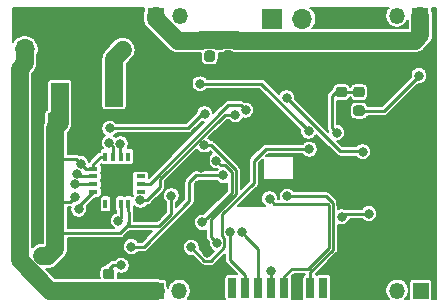
<source format=gbr>
G04 #@! TF.GenerationSoftware,KiCad,Pcbnew,(5.1.5)-3*
G04 #@! TF.CreationDate,2020-04-17T11:23:33-04:00*
G04 #@! TF.ProjectId,STM32_SMD_Quadcopter,53544d33-325f-4534-9d44-5f5175616463,rev?*
G04 #@! TF.SameCoordinates,PX2daf690PY1aab7d8*
G04 #@! TF.FileFunction,Copper,L2,Bot*
G04 #@! TF.FilePolarity,Positive*
%FSLAX46Y46*%
G04 Gerber Fmt 4.6, Leading zero omitted, Abs format (unit mm)*
G04 Created by KiCad (PCBNEW (5.1.5)-3) date 2020-04-17 11:23:33*
%MOMM*%
%LPD*%
G04 APERTURE LIST*
%ADD10C,0.100000*%
%ADD11R,1.700000X1.700000*%
%ADD12O,1.700000X1.700000*%
%ADD13R,0.350000X0.800000*%
%ADD14R,0.800000X0.350000*%
%ADD15R,2.500000X2.500000*%
%ADD16R,1.350000X1.350000*%
%ADD17O,1.350000X1.350000*%
%ADD18R,3.800000X2.000000*%
%ADD19R,1.500000X2.000000*%
%ADD20R,0.700000X1.750000*%
%ADD21R,1.300000X1.500000*%
%ADD22R,0.800000X1.500000*%
%ADD23R,1.450000X1.000000*%
%ADD24R,0.800000X1.400000*%
%ADD25R,1.500000X1.500000*%
%ADD26R,1.000000X1.550000*%
%ADD27C,0.800000*%
%ADD28C,0.600000*%
%ADD29C,1.500000*%
%ADD30C,0.220000*%
%ADD31C,0.500000*%
%ADD32C,0.127000*%
G04 APERTURE END LIST*
G04 #@! TA.AperFunction,SMDPad,CuDef*
D10*
G36*
X18807691Y-3996453D02*
G01*
X18828926Y-3999603D01*
X18849750Y-4004819D01*
X18869962Y-4012051D01*
X18889368Y-4021230D01*
X18907781Y-4032266D01*
X18925024Y-4045054D01*
X18940930Y-4059470D01*
X18955346Y-4075376D01*
X18968134Y-4092619D01*
X18979170Y-4111032D01*
X18988349Y-4130438D01*
X18995581Y-4150650D01*
X19000797Y-4171474D01*
X19003947Y-4192709D01*
X19005000Y-4214150D01*
X19005000Y-4726650D01*
X19003947Y-4748091D01*
X19000797Y-4769326D01*
X18995581Y-4790150D01*
X18988349Y-4810362D01*
X18979170Y-4829768D01*
X18968134Y-4848181D01*
X18955346Y-4865424D01*
X18940930Y-4881330D01*
X18925024Y-4895746D01*
X18907781Y-4908534D01*
X18889368Y-4919570D01*
X18869962Y-4928749D01*
X18849750Y-4935981D01*
X18828926Y-4941197D01*
X18807691Y-4944347D01*
X18786250Y-4945400D01*
X18348750Y-4945400D01*
X18327309Y-4944347D01*
X18306074Y-4941197D01*
X18285250Y-4935981D01*
X18265038Y-4928749D01*
X18245632Y-4919570D01*
X18227219Y-4908534D01*
X18209976Y-4895746D01*
X18194070Y-4881330D01*
X18179654Y-4865424D01*
X18166866Y-4848181D01*
X18155830Y-4829768D01*
X18146651Y-4810362D01*
X18139419Y-4790150D01*
X18134203Y-4769326D01*
X18131053Y-4748091D01*
X18130000Y-4726650D01*
X18130000Y-4214150D01*
X18131053Y-4192709D01*
X18134203Y-4171474D01*
X18139419Y-4150650D01*
X18146651Y-4130438D01*
X18155830Y-4111032D01*
X18166866Y-4092619D01*
X18179654Y-4075376D01*
X18194070Y-4059470D01*
X18209976Y-4045054D01*
X18227219Y-4032266D01*
X18245632Y-4021230D01*
X18265038Y-4012051D01*
X18285250Y-4004819D01*
X18306074Y-3999603D01*
X18327309Y-3996453D01*
X18348750Y-3995400D01*
X18786250Y-3995400D01*
X18807691Y-3996453D01*
G37*
G04 #@! TD.AperFunction*
G04 #@! TA.AperFunction,SMDPad,CuDef*
G36*
X17232691Y-3996453D02*
G01*
X17253926Y-3999603D01*
X17274750Y-4004819D01*
X17294962Y-4012051D01*
X17314368Y-4021230D01*
X17332781Y-4032266D01*
X17350024Y-4045054D01*
X17365930Y-4059470D01*
X17380346Y-4075376D01*
X17393134Y-4092619D01*
X17404170Y-4111032D01*
X17413349Y-4130438D01*
X17420581Y-4150650D01*
X17425797Y-4171474D01*
X17428947Y-4192709D01*
X17430000Y-4214150D01*
X17430000Y-4726650D01*
X17428947Y-4748091D01*
X17425797Y-4769326D01*
X17420581Y-4790150D01*
X17413349Y-4810362D01*
X17404170Y-4829768D01*
X17393134Y-4848181D01*
X17380346Y-4865424D01*
X17365930Y-4881330D01*
X17350024Y-4895746D01*
X17332781Y-4908534D01*
X17314368Y-4919570D01*
X17294962Y-4928749D01*
X17274750Y-4935981D01*
X17253926Y-4941197D01*
X17232691Y-4944347D01*
X17211250Y-4945400D01*
X16773750Y-4945400D01*
X16752309Y-4944347D01*
X16731074Y-4941197D01*
X16710250Y-4935981D01*
X16690038Y-4928749D01*
X16670632Y-4919570D01*
X16652219Y-4908534D01*
X16634976Y-4895746D01*
X16619070Y-4881330D01*
X16604654Y-4865424D01*
X16591866Y-4848181D01*
X16580830Y-4829768D01*
X16571651Y-4810362D01*
X16564419Y-4790150D01*
X16559203Y-4769326D01*
X16556053Y-4748091D01*
X16555000Y-4726650D01*
X16555000Y-4214150D01*
X16556053Y-4192709D01*
X16559203Y-4171474D01*
X16564419Y-4150650D01*
X16571651Y-4130438D01*
X16580830Y-4111032D01*
X16591866Y-4092619D01*
X16604654Y-4075376D01*
X16619070Y-4059470D01*
X16634976Y-4045054D01*
X16652219Y-4032266D01*
X16670632Y-4021230D01*
X16690038Y-4012051D01*
X16710250Y-4004819D01*
X16731074Y-3999603D01*
X16752309Y-3996453D01*
X16773750Y-3995400D01*
X17211250Y-3995400D01*
X17232691Y-3996453D01*
G37*
G04 #@! TD.AperFunction*
D11*
X1346200Y-1346200D03*
D12*
X1346200Y-3886200D03*
G04 #@! TA.AperFunction,SMDPad,CuDef*
D10*
G36*
X8735891Y-22499853D02*
G01*
X8757126Y-22503003D01*
X8777950Y-22508219D01*
X8798162Y-22515451D01*
X8817568Y-22524630D01*
X8835981Y-22535666D01*
X8853224Y-22548454D01*
X8869130Y-22562870D01*
X8883546Y-22578776D01*
X8896334Y-22596019D01*
X8907370Y-22614432D01*
X8916549Y-22633838D01*
X8923781Y-22654050D01*
X8928997Y-22674874D01*
X8932147Y-22696109D01*
X8933200Y-22717550D01*
X8933200Y-23155050D01*
X8932147Y-23176491D01*
X8928997Y-23197726D01*
X8923781Y-23218550D01*
X8916549Y-23238762D01*
X8907370Y-23258168D01*
X8896334Y-23276581D01*
X8883546Y-23293824D01*
X8869130Y-23309730D01*
X8853224Y-23324146D01*
X8835981Y-23336934D01*
X8817568Y-23347970D01*
X8798162Y-23357149D01*
X8777950Y-23364381D01*
X8757126Y-23369597D01*
X8735891Y-23372747D01*
X8714450Y-23373800D01*
X8201950Y-23373800D01*
X8180509Y-23372747D01*
X8159274Y-23369597D01*
X8138450Y-23364381D01*
X8118238Y-23357149D01*
X8098832Y-23347970D01*
X8080419Y-23336934D01*
X8063176Y-23324146D01*
X8047270Y-23309730D01*
X8032854Y-23293824D01*
X8020066Y-23276581D01*
X8009030Y-23258168D01*
X7999851Y-23238762D01*
X7992619Y-23218550D01*
X7987403Y-23197726D01*
X7984253Y-23176491D01*
X7983200Y-23155050D01*
X7983200Y-22717550D01*
X7984253Y-22696109D01*
X7987403Y-22674874D01*
X7992619Y-22654050D01*
X7999851Y-22633838D01*
X8009030Y-22614432D01*
X8020066Y-22596019D01*
X8032854Y-22578776D01*
X8047270Y-22562870D01*
X8063176Y-22548454D01*
X8080419Y-22535666D01*
X8098832Y-22524630D01*
X8118238Y-22515451D01*
X8138450Y-22508219D01*
X8159274Y-22503003D01*
X8180509Y-22499853D01*
X8201950Y-22498800D01*
X8714450Y-22498800D01*
X8735891Y-22499853D01*
G37*
G04 #@! TD.AperFunction*
G04 #@! TA.AperFunction,SMDPad,CuDef*
G36*
X8735891Y-20924853D02*
G01*
X8757126Y-20928003D01*
X8777950Y-20933219D01*
X8798162Y-20940451D01*
X8817568Y-20949630D01*
X8835981Y-20960666D01*
X8853224Y-20973454D01*
X8869130Y-20987870D01*
X8883546Y-21003776D01*
X8896334Y-21021019D01*
X8907370Y-21039432D01*
X8916549Y-21058838D01*
X8923781Y-21079050D01*
X8928997Y-21099874D01*
X8932147Y-21121109D01*
X8933200Y-21142550D01*
X8933200Y-21580050D01*
X8932147Y-21601491D01*
X8928997Y-21622726D01*
X8923781Y-21643550D01*
X8916549Y-21663762D01*
X8907370Y-21683168D01*
X8896334Y-21701581D01*
X8883546Y-21718824D01*
X8869130Y-21734730D01*
X8853224Y-21749146D01*
X8835981Y-21761934D01*
X8817568Y-21772970D01*
X8798162Y-21782149D01*
X8777950Y-21789381D01*
X8757126Y-21794597D01*
X8735891Y-21797747D01*
X8714450Y-21798800D01*
X8201950Y-21798800D01*
X8180509Y-21797747D01*
X8159274Y-21794597D01*
X8138450Y-21789381D01*
X8118238Y-21782149D01*
X8098832Y-21772970D01*
X8080419Y-21761934D01*
X8063176Y-21749146D01*
X8047270Y-21734730D01*
X8032854Y-21718824D01*
X8020066Y-21701581D01*
X8009030Y-21683168D01*
X7999851Y-21663762D01*
X7992619Y-21643550D01*
X7987403Y-21622726D01*
X7984253Y-21601491D01*
X7983200Y-21580050D01*
X7983200Y-21142550D01*
X7984253Y-21121109D01*
X7987403Y-21099874D01*
X7992619Y-21079050D01*
X7999851Y-21058838D01*
X8009030Y-21039432D01*
X8020066Y-21021019D01*
X8032854Y-21003776D01*
X8047270Y-20987870D01*
X8063176Y-20973454D01*
X8080419Y-20960666D01*
X8098832Y-20949630D01*
X8118238Y-20940451D01*
X8138450Y-20933219D01*
X8159274Y-20928003D01*
X8180509Y-20924853D01*
X8201950Y-20923800D01*
X8714450Y-20923800D01*
X8735891Y-20924853D01*
G37*
G04 #@! TD.AperFunction*
G04 #@! TA.AperFunction,SMDPad,CuDef*
G36*
X4333504Y-9217204D02*
G01*
X4357773Y-9220804D01*
X4381571Y-9226765D01*
X4404671Y-9235030D01*
X4426849Y-9245520D01*
X4447893Y-9258133D01*
X4467598Y-9272747D01*
X4485777Y-9289223D01*
X4502253Y-9307402D01*
X4516867Y-9327107D01*
X4529480Y-9348151D01*
X4539970Y-9370329D01*
X4548235Y-9393429D01*
X4554196Y-9417227D01*
X4557796Y-9441496D01*
X4559000Y-9466000D01*
X4559000Y-11616000D01*
X4557796Y-11640504D01*
X4554196Y-11664773D01*
X4548235Y-11688571D01*
X4539970Y-11711671D01*
X4529480Y-11733849D01*
X4516867Y-11754893D01*
X4502253Y-11774598D01*
X4485777Y-11792777D01*
X4467598Y-11809253D01*
X4447893Y-11823867D01*
X4426849Y-11836480D01*
X4404671Y-11846970D01*
X4381571Y-11855235D01*
X4357773Y-11861196D01*
X4333504Y-11864796D01*
X4309000Y-11866000D01*
X3559000Y-11866000D01*
X3534496Y-11864796D01*
X3510227Y-11861196D01*
X3486429Y-11855235D01*
X3463329Y-11846970D01*
X3441151Y-11836480D01*
X3420107Y-11823867D01*
X3400402Y-11809253D01*
X3382223Y-11792777D01*
X3365747Y-11774598D01*
X3351133Y-11754893D01*
X3338520Y-11733849D01*
X3328030Y-11711671D01*
X3319765Y-11688571D01*
X3313804Y-11664773D01*
X3310204Y-11640504D01*
X3309000Y-11616000D01*
X3309000Y-9466000D01*
X3310204Y-9441496D01*
X3313804Y-9417227D01*
X3319765Y-9393429D01*
X3328030Y-9370329D01*
X3338520Y-9348151D01*
X3351133Y-9327107D01*
X3365747Y-9307402D01*
X3382223Y-9289223D01*
X3400402Y-9272747D01*
X3420107Y-9258133D01*
X3441151Y-9245520D01*
X3463329Y-9235030D01*
X3486429Y-9226765D01*
X3510227Y-9220804D01*
X3534496Y-9217204D01*
X3559000Y-9216000D01*
X4309000Y-9216000D01*
X4333504Y-9217204D01*
G37*
G04 #@! TD.AperFunction*
G04 #@! TA.AperFunction,SMDPad,CuDef*
G36*
X7133504Y-9217204D02*
G01*
X7157773Y-9220804D01*
X7181571Y-9226765D01*
X7204671Y-9235030D01*
X7226849Y-9245520D01*
X7247893Y-9258133D01*
X7267598Y-9272747D01*
X7285777Y-9289223D01*
X7302253Y-9307402D01*
X7316867Y-9327107D01*
X7329480Y-9348151D01*
X7339970Y-9370329D01*
X7348235Y-9393429D01*
X7354196Y-9417227D01*
X7357796Y-9441496D01*
X7359000Y-9466000D01*
X7359000Y-11616000D01*
X7357796Y-11640504D01*
X7354196Y-11664773D01*
X7348235Y-11688571D01*
X7339970Y-11711671D01*
X7329480Y-11733849D01*
X7316867Y-11754893D01*
X7302253Y-11774598D01*
X7285777Y-11792777D01*
X7267598Y-11809253D01*
X7247893Y-11823867D01*
X7226849Y-11836480D01*
X7204671Y-11846970D01*
X7181571Y-11855235D01*
X7157773Y-11861196D01*
X7133504Y-11864796D01*
X7109000Y-11866000D01*
X6359000Y-11866000D01*
X6334496Y-11864796D01*
X6310227Y-11861196D01*
X6286429Y-11855235D01*
X6263329Y-11846970D01*
X6241151Y-11836480D01*
X6220107Y-11823867D01*
X6200402Y-11809253D01*
X6182223Y-11792777D01*
X6165747Y-11774598D01*
X6151133Y-11754893D01*
X6138520Y-11733849D01*
X6128030Y-11711671D01*
X6119765Y-11688571D01*
X6113804Y-11664773D01*
X6110204Y-11640504D01*
X6109000Y-11616000D01*
X6109000Y-9466000D01*
X6110204Y-9441496D01*
X6113804Y-9417227D01*
X6119765Y-9393429D01*
X6128030Y-9370329D01*
X6138520Y-9348151D01*
X6151133Y-9327107D01*
X6165747Y-9307402D01*
X6182223Y-9289223D01*
X6200402Y-9272747D01*
X6220107Y-9258133D01*
X6241151Y-9245520D01*
X6263329Y-9235030D01*
X6286429Y-9226765D01*
X6310227Y-9220804D01*
X6334496Y-9217204D01*
X6359000Y-9216000D01*
X7109000Y-9216000D01*
X7133504Y-9217204D01*
G37*
G04 #@! TD.AperFunction*
D13*
X10119000Y-16986000D03*
X9469000Y-16986000D03*
X8819000Y-16986000D03*
X8169000Y-16986000D03*
D14*
X7144000Y-15961000D03*
X7144000Y-15311000D03*
X7144000Y-14661000D03*
X7144000Y-14011000D03*
D13*
X8169000Y-12986000D03*
X8819000Y-12986000D03*
X9469000Y-12986000D03*
X10119000Y-12986000D03*
D14*
X11144000Y-14011000D03*
X11144000Y-14661000D03*
X11144000Y-15311000D03*
X11144000Y-15961000D03*
D15*
X9144000Y-14986000D03*
D16*
X12415889Y-24340102D03*
D17*
X14415889Y-24340102D03*
X32871603Y-24327684D03*
D16*
X34871603Y-24327684D03*
X34848800Y-1066800D03*
D17*
X32848800Y-1066800D03*
X14446000Y-1066800D03*
D16*
X12446000Y-1066800D03*
D18*
X6604000Y-1447000D03*
D19*
X6604000Y-7747000D03*
X4304000Y-7747000D03*
X8904000Y-7747000D03*
D11*
X22301200Y-1320800D03*
D12*
X24841200Y-1320800D03*
X27381200Y-1320800D03*
G04 #@! TA.AperFunction,SMDPad,CuDef*
D10*
G36*
X29919491Y-7081853D02*
G01*
X29940726Y-7085003D01*
X29961550Y-7090219D01*
X29981762Y-7097451D01*
X30001168Y-7106630D01*
X30019581Y-7117666D01*
X30036824Y-7130454D01*
X30052730Y-7144870D01*
X30067146Y-7160776D01*
X30079934Y-7178019D01*
X30090970Y-7196432D01*
X30100149Y-7215838D01*
X30107381Y-7236050D01*
X30112597Y-7256874D01*
X30115747Y-7278109D01*
X30116800Y-7299550D01*
X30116800Y-7737050D01*
X30115747Y-7758491D01*
X30112597Y-7779726D01*
X30107381Y-7800550D01*
X30100149Y-7820762D01*
X30090970Y-7840168D01*
X30079934Y-7858581D01*
X30067146Y-7875824D01*
X30052730Y-7891730D01*
X30036824Y-7906146D01*
X30019581Y-7918934D01*
X30001168Y-7929970D01*
X29981762Y-7939149D01*
X29961550Y-7946381D01*
X29940726Y-7951597D01*
X29919491Y-7954747D01*
X29898050Y-7955800D01*
X29385550Y-7955800D01*
X29364109Y-7954747D01*
X29342874Y-7951597D01*
X29322050Y-7946381D01*
X29301838Y-7939149D01*
X29282432Y-7929970D01*
X29264019Y-7918934D01*
X29246776Y-7906146D01*
X29230870Y-7891730D01*
X29216454Y-7875824D01*
X29203666Y-7858581D01*
X29192630Y-7840168D01*
X29183451Y-7820762D01*
X29176219Y-7800550D01*
X29171003Y-7779726D01*
X29167853Y-7758491D01*
X29166800Y-7737050D01*
X29166800Y-7299550D01*
X29167853Y-7278109D01*
X29171003Y-7256874D01*
X29176219Y-7236050D01*
X29183451Y-7215838D01*
X29192630Y-7196432D01*
X29203666Y-7178019D01*
X29216454Y-7160776D01*
X29230870Y-7144870D01*
X29246776Y-7130454D01*
X29264019Y-7117666D01*
X29282432Y-7106630D01*
X29301838Y-7097451D01*
X29322050Y-7090219D01*
X29342874Y-7085003D01*
X29364109Y-7081853D01*
X29385550Y-7080800D01*
X29898050Y-7080800D01*
X29919491Y-7081853D01*
G37*
G04 #@! TD.AperFunction*
G04 #@! TA.AperFunction,SMDPad,CuDef*
G36*
X29919491Y-8656853D02*
G01*
X29940726Y-8660003D01*
X29961550Y-8665219D01*
X29981762Y-8672451D01*
X30001168Y-8681630D01*
X30019581Y-8692666D01*
X30036824Y-8705454D01*
X30052730Y-8719870D01*
X30067146Y-8735776D01*
X30079934Y-8753019D01*
X30090970Y-8771432D01*
X30100149Y-8790838D01*
X30107381Y-8811050D01*
X30112597Y-8831874D01*
X30115747Y-8853109D01*
X30116800Y-8874550D01*
X30116800Y-9312050D01*
X30115747Y-9333491D01*
X30112597Y-9354726D01*
X30107381Y-9375550D01*
X30100149Y-9395762D01*
X30090970Y-9415168D01*
X30079934Y-9433581D01*
X30067146Y-9450824D01*
X30052730Y-9466730D01*
X30036824Y-9481146D01*
X30019581Y-9493934D01*
X30001168Y-9504970D01*
X29981762Y-9514149D01*
X29961550Y-9521381D01*
X29940726Y-9526597D01*
X29919491Y-9529747D01*
X29898050Y-9530800D01*
X29385550Y-9530800D01*
X29364109Y-9529747D01*
X29342874Y-9526597D01*
X29322050Y-9521381D01*
X29301838Y-9514149D01*
X29282432Y-9504970D01*
X29264019Y-9493934D01*
X29246776Y-9481146D01*
X29230870Y-9466730D01*
X29216454Y-9450824D01*
X29203666Y-9433581D01*
X29192630Y-9415168D01*
X29183451Y-9395762D01*
X29176219Y-9375550D01*
X29171003Y-9354726D01*
X29167853Y-9333491D01*
X29166800Y-9312050D01*
X29166800Y-8874550D01*
X29167853Y-8853109D01*
X29171003Y-8831874D01*
X29176219Y-8811050D01*
X29183451Y-8790838D01*
X29192630Y-8771432D01*
X29203666Y-8753019D01*
X29216454Y-8735776D01*
X29230870Y-8719870D01*
X29246776Y-8705454D01*
X29264019Y-8692666D01*
X29282432Y-8681630D01*
X29301838Y-8672451D01*
X29322050Y-8665219D01*
X29342874Y-8660003D01*
X29364109Y-8656853D01*
X29385550Y-8655800D01*
X29898050Y-8655800D01*
X29919491Y-8656853D01*
G37*
G04 #@! TD.AperFunction*
G04 #@! TA.AperFunction,SMDPad,CuDef*
G36*
X28446291Y-7081853D02*
G01*
X28467526Y-7085003D01*
X28488350Y-7090219D01*
X28508562Y-7097451D01*
X28527968Y-7106630D01*
X28546381Y-7117666D01*
X28563624Y-7130454D01*
X28579530Y-7144870D01*
X28593946Y-7160776D01*
X28606734Y-7178019D01*
X28617770Y-7196432D01*
X28626949Y-7215838D01*
X28634181Y-7236050D01*
X28639397Y-7256874D01*
X28642547Y-7278109D01*
X28643600Y-7299550D01*
X28643600Y-7737050D01*
X28642547Y-7758491D01*
X28639397Y-7779726D01*
X28634181Y-7800550D01*
X28626949Y-7820762D01*
X28617770Y-7840168D01*
X28606734Y-7858581D01*
X28593946Y-7875824D01*
X28579530Y-7891730D01*
X28563624Y-7906146D01*
X28546381Y-7918934D01*
X28527968Y-7929970D01*
X28508562Y-7939149D01*
X28488350Y-7946381D01*
X28467526Y-7951597D01*
X28446291Y-7954747D01*
X28424850Y-7955800D01*
X27912350Y-7955800D01*
X27890909Y-7954747D01*
X27869674Y-7951597D01*
X27848850Y-7946381D01*
X27828638Y-7939149D01*
X27809232Y-7929970D01*
X27790819Y-7918934D01*
X27773576Y-7906146D01*
X27757670Y-7891730D01*
X27743254Y-7875824D01*
X27730466Y-7858581D01*
X27719430Y-7840168D01*
X27710251Y-7820762D01*
X27703019Y-7800550D01*
X27697803Y-7779726D01*
X27694653Y-7758491D01*
X27693600Y-7737050D01*
X27693600Y-7299550D01*
X27694653Y-7278109D01*
X27697803Y-7256874D01*
X27703019Y-7236050D01*
X27710251Y-7215838D01*
X27719430Y-7196432D01*
X27730466Y-7178019D01*
X27743254Y-7160776D01*
X27757670Y-7144870D01*
X27773576Y-7130454D01*
X27790819Y-7117666D01*
X27809232Y-7106630D01*
X27828638Y-7097451D01*
X27848850Y-7090219D01*
X27869674Y-7085003D01*
X27890909Y-7081853D01*
X27912350Y-7080800D01*
X28424850Y-7080800D01*
X28446291Y-7081853D01*
G37*
G04 #@! TD.AperFunction*
G04 #@! TA.AperFunction,SMDPad,CuDef*
G36*
X28446291Y-8656853D02*
G01*
X28467526Y-8660003D01*
X28488350Y-8665219D01*
X28508562Y-8672451D01*
X28527968Y-8681630D01*
X28546381Y-8692666D01*
X28563624Y-8705454D01*
X28579530Y-8719870D01*
X28593946Y-8735776D01*
X28606734Y-8753019D01*
X28617770Y-8771432D01*
X28626949Y-8790838D01*
X28634181Y-8811050D01*
X28639397Y-8831874D01*
X28642547Y-8853109D01*
X28643600Y-8874550D01*
X28643600Y-9312050D01*
X28642547Y-9333491D01*
X28639397Y-9354726D01*
X28634181Y-9375550D01*
X28626949Y-9395762D01*
X28617770Y-9415168D01*
X28606734Y-9433581D01*
X28593946Y-9450824D01*
X28579530Y-9466730D01*
X28563624Y-9481146D01*
X28546381Y-9493934D01*
X28527968Y-9504970D01*
X28508562Y-9514149D01*
X28488350Y-9521381D01*
X28467526Y-9526597D01*
X28446291Y-9529747D01*
X28424850Y-9530800D01*
X27912350Y-9530800D01*
X27890909Y-9529747D01*
X27869674Y-9526597D01*
X27848850Y-9521381D01*
X27828638Y-9514149D01*
X27809232Y-9504970D01*
X27790819Y-9493934D01*
X27773576Y-9481146D01*
X27757670Y-9466730D01*
X27743254Y-9450824D01*
X27730466Y-9433581D01*
X27719430Y-9415168D01*
X27710251Y-9395762D01*
X27703019Y-9375550D01*
X27697803Y-9354726D01*
X27694653Y-9333491D01*
X27693600Y-9312050D01*
X27693600Y-8874550D01*
X27694653Y-8853109D01*
X27697803Y-8831874D01*
X27703019Y-8811050D01*
X27710251Y-8790838D01*
X27719430Y-8771432D01*
X27730466Y-8753019D01*
X27743254Y-8735776D01*
X27757670Y-8719870D01*
X27773576Y-8705454D01*
X27790819Y-8692666D01*
X27809232Y-8681630D01*
X27828638Y-8672451D01*
X27848850Y-8665219D01*
X27869674Y-8660003D01*
X27890909Y-8656853D01*
X27912350Y-8655800D01*
X28424850Y-8655800D01*
X28446291Y-8656853D01*
G37*
G04 #@! TD.AperFunction*
D20*
X26623000Y-24120600D03*
D21*
X27823000Y-23995600D03*
D22*
X28073000Y-16395600D03*
D23*
X27748000Y-14895600D03*
D24*
X16123000Y-15745600D03*
D20*
X25523000Y-24120600D03*
X24423000Y-24120600D03*
X23323000Y-24120600D03*
X22223000Y-24120600D03*
X21123000Y-24120600D03*
X20023000Y-24120600D03*
X18923000Y-24120600D03*
D25*
X16473000Y-23995600D03*
D26*
X16523000Y-13320600D03*
D27*
X9651982Y-3942982D03*
X34721800Y-6121400D03*
X9499600Y-22174200D03*
X8534400Y-10591800D03*
X16586200Y-9347200D03*
X5791200Y-14427200D03*
X5562600Y-15316200D03*
X18161000Y-14579600D03*
X10373363Y-20601017D03*
X17555307Y-13331093D03*
X16357600Y-18551779D03*
X18694400Y-19380200D03*
X23520400Y-8001000D03*
X29972000Y-12573000D03*
X16992500Y-4470400D03*
X15443200Y-20675600D03*
X25425400Y-12344400D03*
X19698157Y-19393357D03*
X23557608Y-16350789D03*
X22072600Y-16560800D03*
X16532624Y-12011424D03*
X17643600Y-20296985D03*
X16179800Y-6806800D03*
X25374600Y-10820400D03*
X9423400Y-11912600D03*
X5918200Y-17424400D03*
X11125200Y-16662400D03*
X9245600Y-18412581D03*
X19177000Y-9423400D03*
X20040600Y-9042400D03*
X5613400Y-16433800D03*
X13741400Y-16306800D03*
X6075805Y-13573383D03*
X22225000Y-22656800D03*
X2768600Y-21369800D03*
X4064000Y-8280400D03*
X30480000Y-17805400D03*
X28168600Y-18084800D03*
X3050540Y-5613400D03*
X28473400Y-19354800D03*
X28270200Y-9118600D03*
X24434800Y-24104600D03*
X18516600Y-4521200D03*
X16281400Y-13944600D03*
X16814800Y-21183600D03*
X13766800Y-9017000D03*
X12573000Y-18110200D03*
X13208000Y-13055600D03*
X15900400Y-17043400D03*
X9093200Y-20828000D03*
X17957800Y-15621000D03*
X19050000Y-5384800D03*
X19710400Y-4673600D03*
X6832600Y-9067564D03*
X16078200Y-5791200D03*
X17856200Y-11582400D03*
X18567400Y-12344400D03*
X10871200Y-11582400D03*
X27432000Y-22377400D03*
X28473400Y-20751800D03*
X21600000Y-9000000D03*
X25200000Y-14400000D03*
X32400000Y-16200000D03*
X33300000Y-9900000D03*
X33300000Y-13500000D03*
X33300000Y-18900000D03*
X33083448Y-11649508D03*
X3459480Y-1346200D03*
X5196840Y-1346200D03*
X7655560Y-1346200D03*
X9517380Y-1277620D03*
X20314920Y-12219940D03*
X32275780Y-17526000D03*
X28610560Y-22059900D03*
X6604000Y-5435600D03*
D28*
X13232150Y-7490733D03*
X26779175Y-6105317D03*
X28964841Y-1432327D03*
X30877249Y-23068975D03*
X32364926Y-6894560D03*
D27*
X8509000Y-11811000D03*
X27762200Y-10947400D03*
D29*
X34848800Y-2692400D02*
X34848800Y-1066800D01*
X34366200Y-3175000D02*
X34848800Y-2692400D01*
X16331052Y-3145390D02*
X17653948Y-3145390D01*
X17906052Y-3145390D02*
X19228948Y-3145390D01*
X16301442Y-3175000D02*
X16331052Y-3145390D01*
X12446000Y-1066800D02*
X12446000Y-1323802D01*
X17876442Y-3175000D02*
X17906052Y-3145390D01*
X12446000Y-1323802D02*
X14297198Y-3175000D01*
X17653948Y-3145390D02*
X17683558Y-3175000D01*
X14297198Y-3175000D02*
X16301442Y-3175000D01*
X17683558Y-3175000D02*
X17876442Y-3175000D01*
X19228948Y-3145390D02*
X19258558Y-3175000D01*
X19258558Y-3175000D02*
X34366200Y-3175000D01*
X900010Y-21763965D02*
X3476147Y-24340102D01*
X900010Y-5534471D02*
X900010Y-21763965D01*
X3476147Y-24340102D02*
X12415889Y-24340102D01*
X1346200Y-3886200D02*
X1346200Y-5088281D01*
X1346200Y-5088281D02*
X900010Y-5534471D01*
X8904000Y-4690964D02*
X9251983Y-4342981D01*
X8904000Y-7747000D02*
X8904000Y-7747000D01*
X9251983Y-4342981D02*
X9651982Y-3942982D01*
D30*
X31749900Y-9093300D02*
X34721800Y-6121400D01*
X29641800Y-9093300D02*
X31749900Y-9093300D01*
D29*
X8904000Y-7747000D02*
X8904000Y-4690964D01*
D30*
X8458200Y-22498800D02*
X8782800Y-22174200D01*
X8933915Y-22174200D02*
X9499600Y-22174200D01*
X8782800Y-22174200D02*
X8933915Y-22174200D01*
X8458200Y-22936300D02*
X8458200Y-22498800D01*
X8534400Y-10591800D02*
X15138400Y-10591800D01*
X15138400Y-10591800D02*
X16510000Y-9220200D01*
X16510000Y-9220200D02*
X16510000Y-9271000D01*
X16510000Y-9271000D02*
X16586200Y-9347200D01*
X6025000Y-14661000D02*
X7144000Y-14661000D01*
X5791200Y-14427200D02*
X6025000Y-14661000D01*
X7138800Y-15316200D02*
X7144000Y-15311000D01*
X5562600Y-15316200D02*
X7138800Y-15316200D01*
X15810998Y-14579600D02*
X15290399Y-15100199D01*
X11460668Y-20601017D02*
X10939048Y-20601017D01*
X15290399Y-16771286D02*
X11460668Y-20601017D01*
X15290399Y-15100199D02*
X15290399Y-16771286D01*
X18161000Y-14579600D02*
X15810998Y-14579600D01*
X10939048Y-20601017D02*
X10373363Y-20601017D01*
X18872602Y-16036777D02*
X16757599Y-18151780D01*
X16757599Y-18151780D02*
X16357600Y-18551779D01*
X18872602Y-14286798D02*
X18872602Y-16036777D01*
X17555307Y-13331093D02*
X17955306Y-13731092D01*
X17955306Y-13731092D02*
X18316896Y-13731092D01*
X18316896Y-13731092D02*
X18872602Y-14286798D01*
X20023000Y-23025600D02*
X18694400Y-21697000D01*
X20023000Y-24120600D02*
X20023000Y-23025600D01*
X18694400Y-21697000D02*
X18694400Y-19380200D01*
X23520400Y-8001000D02*
X28067000Y-12547600D01*
X28067000Y-12547600D02*
X29946600Y-12547600D01*
X29946600Y-12547600D02*
X29972000Y-12573000D01*
X20739100Y-15227300D02*
X20739100Y-13373100D01*
X18084399Y-17882001D02*
X20739100Y-15227300D01*
X18084399Y-19673001D02*
X18084399Y-17882001D01*
X16561201Y-21793601D02*
X17107601Y-21793601D01*
X18253601Y-20647601D02*
X18253601Y-19842203D01*
X15443200Y-20675600D02*
X16561201Y-21793601D01*
X21767800Y-12344400D02*
X25425400Y-12344400D01*
X17107601Y-21793601D02*
X18253601Y-20647601D01*
X20739100Y-13373100D02*
X21767800Y-12344400D01*
X18253601Y-19842203D02*
X18084399Y-19673001D01*
X21123000Y-20818200D02*
X20098156Y-19793356D01*
X20098156Y-19793356D02*
X19698157Y-19393357D01*
X21123000Y-24120600D02*
X21123000Y-20818200D01*
X27447211Y-16910848D02*
X26887152Y-16350789D01*
X24123293Y-16350789D02*
X23557608Y-16350789D01*
X26887152Y-16350789D02*
X24123293Y-16350789D01*
X25523000Y-24120600D02*
X25523000Y-22783162D01*
X25523000Y-22783162D02*
X27447211Y-20858952D01*
X27447211Y-20858952D02*
X27447211Y-16910848D01*
X22472599Y-16960799D02*
X22072600Y-16560800D01*
X27044599Y-16960799D02*
X22472599Y-16960799D01*
X27127200Y-20726400D02*
X27127200Y-17043400D01*
X23323000Y-24120600D02*
X23332440Y-24111160D01*
X27127200Y-17043400D02*
X27044599Y-16960799D01*
X23332440Y-23124160D02*
X23964900Y-22491700D01*
X23332440Y-24111160D02*
X23332440Y-23124160D01*
X23964900Y-22491700D02*
X25361900Y-22491700D01*
X25361900Y-22491700D02*
X27127200Y-20726400D01*
X17098309Y-12011424D02*
X19192613Y-14105728D01*
X17119600Y-19772985D02*
X17643600Y-20296985D01*
X16532624Y-12011424D02*
X17098309Y-12011424D01*
X19192613Y-14105728D02*
X19192613Y-16189587D01*
X19192613Y-16189587D02*
X17119600Y-18262600D01*
X17119600Y-18262600D02*
X17119600Y-19772985D01*
X24974601Y-10420401D02*
X25374600Y-10820400D01*
X16179800Y-6806800D02*
X21361000Y-6806800D01*
X21361000Y-6806800D02*
X24974601Y-10420401D01*
X9423400Y-12940400D02*
X9469000Y-12986000D01*
X9423400Y-11912600D02*
X9423400Y-12940400D01*
X5918200Y-17186800D02*
X7144000Y-15961000D01*
X5918200Y-17424400D02*
X5918200Y-17186800D01*
X9469000Y-16986000D02*
X9469000Y-18189181D01*
X9469000Y-18189181D02*
X9245600Y-18412581D01*
X11690885Y-16662400D02*
X12808552Y-15544733D01*
X12808552Y-14872811D02*
X18257963Y-9423400D01*
X12808552Y-15544733D02*
X12808552Y-14872811D01*
X18257963Y-9423400D02*
X18611315Y-9423400D01*
X18611315Y-9423400D02*
X19177000Y-9423400D01*
X11125200Y-16662400D02*
X11690885Y-16662400D01*
X11917800Y-15311000D02*
X18586399Y-8642401D01*
X18586399Y-8642401D02*
X19640601Y-8642401D01*
X11144000Y-15311000D02*
X11917800Y-15311000D01*
X19640601Y-8642401D02*
X20040600Y-9042400D01*
D29*
X4304000Y-10171000D02*
X3934000Y-10541000D01*
X4304000Y-7747000D02*
X4304000Y-10171000D01*
D31*
X4304000Y-7747000D02*
X4304000Y-7733000D01*
D30*
X7144000Y-13616000D02*
X7144000Y-14011000D01*
X8169000Y-12986000D02*
X7774000Y-12986000D01*
X7774000Y-12986000D02*
X7144000Y-13616000D01*
D29*
X3934000Y-18291000D02*
X3934000Y-20805600D01*
D30*
X5613400Y-16433800D02*
X5213401Y-16833799D01*
X4159199Y-16833799D02*
X3937000Y-16611600D01*
X5213401Y-16833799D02*
X4159199Y-16833799D01*
D29*
X3937000Y-16611600D02*
X3934000Y-18291000D01*
D30*
X4047816Y-13173384D02*
X3937000Y-13284200D01*
X6075805Y-13573383D02*
X5675806Y-13173384D01*
D29*
X3934000Y-10541000D02*
X3937000Y-13284200D01*
D30*
X5675806Y-13173384D02*
X4047816Y-13173384D01*
D29*
X3937000Y-13284200D02*
X3937000Y-16611600D01*
D30*
X4622800Y-19456400D02*
X9437202Y-19456400D01*
X3934000Y-18291000D02*
X3934000Y-18767600D01*
X9437202Y-19456400D02*
X10119000Y-18774602D01*
X3934000Y-18767600D02*
X4622800Y-19456400D01*
X10119000Y-18774602D02*
X10134600Y-18161000D01*
X10134600Y-18161000D02*
X10119000Y-16986000D01*
X10134600Y-18745200D02*
X10134600Y-18161000D01*
X10261600Y-18872200D02*
X10134600Y-18745200D01*
X13741400Y-16306800D02*
X13741400Y-17856200D01*
X12725400Y-18872200D02*
X10261600Y-18872200D01*
X13741400Y-17856200D02*
X12725400Y-18872200D01*
X22223000Y-22658800D02*
X22225000Y-22656800D01*
X22223000Y-24120600D02*
X22223000Y-22658800D01*
D29*
X3934000Y-20805600D02*
X3302000Y-21437600D01*
X3302000Y-21437600D02*
X2836400Y-21437600D01*
X2836400Y-21437600D02*
X2768600Y-21369800D01*
D30*
X6513422Y-14011000D02*
X6075805Y-13573383D01*
X7144000Y-14011000D02*
X6513422Y-14011000D01*
X30480000Y-17805400D02*
X28448000Y-17805400D01*
X28448000Y-17805400D02*
X28168600Y-18084800D01*
D29*
X6604000Y-7747000D02*
X6604000Y-5435600D01*
X6734000Y-8455200D02*
X6734000Y-8455200D01*
D30*
X8819000Y-15311000D02*
X9144000Y-14986000D01*
X8819000Y-16986000D02*
X8819000Y-15311000D01*
X10119000Y-14011000D02*
X9144000Y-14986000D01*
X11144000Y-14011000D02*
X10119000Y-14011000D01*
D29*
X6734000Y-10541000D02*
X6734000Y-9166164D01*
X6734000Y-9166164D02*
X6832600Y-9067564D01*
X6604000Y-7747000D02*
X6832600Y-7975600D01*
X6832600Y-8501879D02*
X6832600Y-9067564D01*
X6832600Y-7975600D02*
X6832600Y-8501879D01*
X6604000Y-5435600D02*
X6604000Y-1447000D01*
D30*
X8819000Y-12121000D02*
X8819000Y-12986000D01*
X8509000Y-11811000D02*
X8819000Y-12121000D01*
X28168600Y-7518300D02*
X29641800Y-7518300D01*
X27693600Y-7518300D02*
X27362201Y-7849699D01*
X27362201Y-10547401D02*
X27762200Y-10947400D01*
X27362201Y-7849699D02*
X27362201Y-10547401D01*
X28168600Y-7518300D02*
X27693600Y-7518300D01*
D32*
G36*
X11451964Y-391800D02*
G01*
X11451964Y-666275D01*
X11393946Y-857534D01*
X11378500Y-1014360D01*
X11378500Y-1271364D01*
X11373335Y-1323802D01*
X11378500Y-1376240D01*
X11378500Y-1376243D01*
X11393946Y-1533069D01*
X11451964Y-1724328D01*
X11451964Y-1741800D01*
X11458094Y-1804041D01*
X11476249Y-1863890D01*
X11505731Y-1919047D01*
X11545407Y-1967393D01*
X11593753Y-2007069D01*
X11648910Y-2036551D01*
X11650327Y-2036981D01*
X11687512Y-2082291D01*
X11728248Y-2115722D01*
X13505278Y-3892753D01*
X13538709Y-3933489D01*
X13701257Y-4066888D01*
X13886707Y-4166013D01*
X14087931Y-4227054D01*
X14244757Y-4242500D01*
X14244759Y-4242500D01*
X14297197Y-4247665D01*
X14349635Y-4242500D01*
X16235964Y-4242500D01*
X16235964Y-4726650D01*
X16246297Y-4831567D01*
X16276901Y-4932452D01*
X16326597Y-5025428D01*
X16393478Y-5106922D01*
X16474972Y-5173803D01*
X16567948Y-5223499D01*
X16668833Y-5254103D01*
X16773750Y-5264436D01*
X17211250Y-5264436D01*
X17316167Y-5254103D01*
X17417052Y-5223499D01*
X17510028Y-5173803D01*
X17591522Y-5106922D01*
X17658403Y-5025428D01*
X17708099Y-4932452D01*
X17738703Y-4831567D01*
X17749036Y-4726650D01*
X17749036Y-4242500D01*
X17824004Y-4242500D01*
X17876442Y-4247665D01*
X17928880Y-4242500D01*
X17928883Y-4242500D01*
X18085709Y-4227054D01*
X18132401Y-4212890D01*
X19002599Y-4212890D01*
X19049291Y-4227054D01*
X19206117Y-4242500D01*
X19258558Y-4247665D01*
X19310999Y-4242500D01*
X34313762Y-4242500D01*
X34366200Y-4247665D01*
X34418638Y-4242500D01*
X34418641Y-4242500D01*
X34575467Y-4227054D01*
X34776691Y-4166013D01*
X34962141Y-4066888D01*
X35124689Y-3933489D01*
X35158125Y-3892747D01*
X35566547Y-3484325D01*
X35607289Y-3450889D01*
X35740688Y-3288341D01*
X35839813Y-3102891D01*
X35900854Y-2901667D01*
X35916300Y-2744841D01*
X35916300Y-2744839D01*
X35921465Y-2692401D01*
X35916300Y-2639963D01*
X35916300Y-1014359D01*
X35900854Y-857533D01*
X35842836Y-666274D01*
X35842836Y-391800D01*
X35840443Y-367500D01*
X36157700Y-367500D01*
X36157701Y-25032500D01*
X35862702Y-25032500D01*
X35865639Y-25002684D01*
X35865639Y-23652684D01*
X35859509Y-23590443D01*
X35841354Y-23530594D01*
X35811872Y-23475437D01*
X35772196Y-23427091D01*
X35723850Y-23387415D01*
X35668693Y-23357933D01*
X35608844Y-23339778D01*
X35546603Y-23333648D01*
X34196603Y-23333648D01*
X34134362Y-23339778D01*
X34074513Y-23357933D01*
X34019356Y-23387415D01*
X33971010Y-23427091D01*
X33931334Y-23475437D01*
X33901852Y-23530594D01*
X33883697Y-23590443D01*
X33877567Y-23652684D01*
X33877567Y-25002684D01*
X33880504Y-25032500D01*
X33570394Y-25032500D01*
X33642528Y-24960366D01*
X33751145Y-24797809D01*
X33825962Y-24617185D01*
X33864103Y-24425437D01*
X33864103Y-24229931D01*
X33825962Y-24038183D01*
X33751145Y-23857559D01*
X33642528Y-23695002D01*
X33504285Y-23556759D01*
X33341728Y-23448142D01*
X33161104Y-23373325D01*
X32969356Y-23335184D01*
X32773850Y-23335184D01*
X32582102Y-23373325D01*
X32401478Y-23448142D01*
X32238921Y-23556759D01*
X32100678Y-23695002D01*
X31992061Y-23857559D01*
X31917244Y-24038183D01*
X31879103Y-24229931D01*
X31879103Y-24425437D01*
X31917244Y-24617185D01*
X31992061Y-24797809D01*
X32100678Y-24960366D01*
X32172812Y-25032500D01*
X27288402Y-25032500D01*
X27292036Y-24995600D01*
X27292036Y-23245600D01*
X27285906Y-23183359D01*
X27267751Y-23123510D01*
X27238269Y-23068353D01*
X27198593Y-23020007D01*
X27150247Y-22980331D01*
X27095090Y-22950849D01*
X27035241Y-22932694D01*
X26973000Y-22926564D01*
X26273000Y-22926564D01*
X26210759Y-22932694D01*
X26150910Y-22950849D01*
X26095753Y-22980331D01*
X26073000Y-22999004D01*
X26050247Y-22980331D01*
X25995090Y-22950849D01*
X25968081Y-22942656D01*
X27734655Y-21176084D01*
X27750961Y-21162702D01*
X27783324Y-21123269D01*
X27804384Y-21097607D01*
X27832786Y-21044470D01*
X27844080Y-21023341D01*
X27868525Y-20942757D01*
X27874711Y-20879949D01*
X27874711Y-20879941D01*
X27876778Y-20858952D01*
X27874711Y-20837963D01*
X27874711Y-18739684D01*
X27959313Y-18774727D01*
X28097932Y-18802300D01*
X28239268Y-18802300D01*
X28377887Y-18774727D01*
X28508464Y-18720641D01*
X28625980Y-18642119D01*
X28725919Y-18542180D01*
X28804441Y-18424664D01*
X28858527Y-18294087D01*
X28870698Y-18232900D01*
X29902716Y-18232900D01*
X29922681Y-18262780D01*
X30022620Y-18362719D01*
X30140136Y-18441241D01*
X30270713Y-18495327D01*
X30409332Y-18522900D01*
X30550668Y-18522900D01*
X30689287Y-18495327D01*
X30819864Y-18441241D01*
X30937380Y-18362719D01*
X31037319Y-18262780D01*
X31115841Y-18145264D01*
X31169927Y-18014687D01*
X31197500Y-17876068D01*
X31197500Y-17734732D01*
X31169927Y-17596113D01*
X31115841Y-17465536D01*
X31037319Y-17348020D01*
X30937380Y-17248081D01*
X30819864Y-17169559D01*
X30689287Y-17115473D01*
X30550668Y-17087900D01*
X30409332Y-17087900D01*
X30270713Y-17115473D01*
X30140136Y-17169559D01*
X30022620Y-17248081D01*
X29922681Y-17348020D01*
X29902716Y-17377900D01*
X28468986Y-17377900D01*
X28447999Y-17375833D01*
X28427012Y-17377900D01*
X28427003Y-17377900D01*
X28364195Y-17384086D01*
X28348141Y-17388956D01*
X28239268Y-17367300D01*
X28097932Y-17367300D01*
X27959313Y-17394873D01*
X27874711Y-17429916D01*
X27874711Y-16931834D01*
X27876778Y-16910847D01*
X27874711Y-16889860D01*
X27874711Y-16889851D01*
X27868525Y-16827043D01*
X27844080Y-16746459D01*
X27804384Y-16672193D01*
X27796347Y-16662400D01*
X27764346Y-16623406D01*
X27764340Y-16623400D01*
X27750961Y-16607098D01*
X27734659Y-16593719D01*
X27204285Y-16063346D01*
X27190902Y-16047039D01*
X27165948Y-16026559D01*
X27150726Y-16014067D01*
X27125807Y-15993616D01*
X27051541Y-15953920D01*
X26970957Y-15929475D01*
X26908149Y-15923289D01*
X26908141Y-15923289D01*
X26887152Y-15921222D01*
X26866163Y-15923289D01*
X24134892Y-15923289D01*
X24114927Y-15893409D01*
X24014988Y-15793470D01*
X23897472Y-15714948D01*
X23766895Y-15660862D01*
X23628276Y-15633289D01*
X23486940Y-15633289D01*
X23348321Y-15660862D01*
X23217744Y-15714948D01*
X23100228Y-15793470D01*
X23000289Y-15893409D01*
X22921767Y-16010925D01*
X22867681Y-16141502D01*
X22840108Y-16280121D01*
X22840108Y-16421457D01*
X22862355Y-16533299D01*
X22790100Y-16533299D01*
X22790100Y-16490132D01*
X22762527Y-16351513D01*
X22708441Y-16220936D01*
X22629919Y-16103420D01*
X22529980Y-16003481D01*
X22412464Y-15924959D01*
X22281887Y-15870873D01*
X22143268Y-15843300D01*
X22001932Y-15843300D01*
X21863313Y-15870873D01*
X21732736Y-15924959D01*
X21615220Y-16003481D01*
X21515281Y-16103420D01*
X21436759Y-16220936D01*
X21382673Y-16351513D01*
X21355100Y-16490132D01*
X21355100Y-16631468D01*
X21382673Y-16770087D01*
X21436759Y-16900664D01*
X21515281Y-17018180D01*
X21615220Y-17118119D01*
X21664627Y-17151132D01*
X19433088Y-17137889D01*
X21026549Y-15544428D01*
X21042850Y-15531050D01*
X21056229Y-15514748D01*
X21056235Y-15514742D01*
X21096272Y-15465956D01*
X21096274Y-15465954D01*
X21135969Y-15391689D01*
X21160414Y-15311105D01*
X21166600Y-15248297D01*
X21166600Y-15248288D01*
X21168667Y-15227301D01*
X21166600Y-15206314D01*
X21166600Y-13550176D01*
X21501100Y-13215676D01*
X21501100Y-14884400D01*
X21502320Y-14896788D01*
X21505934Y-14908700D01*
X21511802Y-14919679D01*
X21519699Y-14929301D01*
X21529321Y-14937198D01*
X21540300Y-14943066D01*
X21552212Y-14946680D01*
X21564600Y-14947900D01*
X24079200Y-14947900D01*
X24091588Y-14946680D01*
X24103500Y-14943066D01*
X24114479Y-14937198D01*
X24124101Y-14929301D01*
X24131998Y-14919679D01*
X24137866Y-14908700D01*
X24141480Y-14896788D01*
X24142700Y-14884400D01*
X24142700Y-13030200D01*
X24141480Y-13017812D01*
X24137866Y-13005900D01*
X24131998Y-12994921D01*
X24124101Y-12985299D01*
X24114479Y-12977402D01*
X24103500Y-12971534D01*
X24091588Y-12967920D01*
X24079200Y-12966700D01*
X21750076Y-12966700D01*
X21944876Y-12771900D01*
X24848116Y-12771900D01*
X24868081Y-12801780D01*
X24968020Y-12901719D01*
X25085536Y-12980241D01*
X25216113Y-13034327D01*
X25354732Y-13061900D01*
X25496068Y-13061900D01*
X25634687Y-13034327D01*
X25765264Y-12980241D01*
X25882780Y-12901719D01*
X25982719Y-12801780D01*
X26061241Y-12684264D01*
X26115327Y-12553687D01*
X26142900Y-12415068D01*
X26142900Y-12273732D01*
X26115327Y-12135113D01*
X26061241Y-12004536D01*
X25982719Y-11887020D01*
X25882780Y-11787081D01*
X25765264Y-11708559D01*
X25634687Y-11654473D01*
X25496068Y-11626900D01*
X25354732Y-11626900D01*
X25216113Y-11654473D01*
X25085536Y-11708559D01*
X24968020Y-11787081D01*
X24868081Y-11887020D01*
X24848116Y-11916900D01*
X21788786Y-11916900D01*
X21767799Y-11914833D01*
X21746812Y-11916900D01*
X21746803Y-11916900D01*
X21683995Y-11923086D01*
X21603411Y-11947531D01*
X21529145Y-11987227D01*
X21464050Y-12040650D01*
X21450667Y-12056957D01*
X20451653Y-13055971D01*
X20435351Y-13069350D01*
X20421972Y-13085652D01*
X20421965Y-13085659D01*
X20381927Y-13134446D01*
X20342231Y-13208712D01*
X20317786Y-13289296D01*
X20309533Y-13373100D01*
X20311601Y-13394099D01*
X20311600Y-15050223D01*
X19620113Y-15741710D01*
X19620113Y-14126714D01*
X19622180Y-14105727D01*
X19620113Y-14084740D01*
X19620113Y-14084731D01*
X19613927Y-14021923D01*
X19589482Y-13941339D01*
X19549786Y-13867073D01*
X19524285Y-13836000D01*
X19509748Y-13818286D01*
X19509742Y-13818280D01*
X19496363Y-13801978D01*
X19480062Y-13788600D01*
X17415442Y-11723981D01*
X17402059Y-11707674D01*
X17382269Y-11691432D01*
X17360962Y-11673946D01*
X17336964Y-11654251D01*
X17262698Y-11614555D01*
X17182114Y-11590110D01*
X17119306Y-11583924D01*
X17119298Y-11583924D01*
X17109247Y-11582934D01*
X17089943Y-11554044D01*
X16990004Y-11454105D01*
X16895188Y-11390751D01*
X18435039Y-9850900D01*
X18599716Y-9850900D01*
X18619681Y-9880780D01*
X18719620Y-9980719D01*
X18837136Y-10059241D01*
X18967713Y-10113327D01*
X19106332Y-10140900D01*
X19247668Y-10140900D01*
X19386287Y-10113327D01*
X19516864Y-10059241D01*
X19634380Y-9980719D01*
X19734319Y-9880780D01*
X19812841Y-9763264D01*
X19826484Y-9730327D01*
X19831313Y-9732327D01*
X19969932Y-9759900D01*
X20111268Y-9759900D01*
X20249887Y-9732327D01*
X20380464Y-9678241D01*
X20497980Y-9599719D01*
X20597919Y-9499780D01*
X20676441Y-9382264D01*
X20730527Y-9251687D01*
X20758100Y-9113068D01*
X20758100Y-8971732D01*
X20730527Y-8833113D01*
X20676441Y-8702536D01*
X20597919Y-8585020D01*
X20497980Y-8485081D01*
X20380464Y-8406559D01*
X20249887Y-8352473D01*
X20111268Y-8324900D01*
X19969932Y-8324900D01*
X19935855Y-8331678D01*
X19879256Y-8285228D01*
X19804990Y-8245532D01*
X19724406Y-8221087D01*
X19661598Y-8214901D01*
X19661590Y-8214901D01*
X19640601Y-8212834D01*
X19619612Y-8214901D01*
X18607385Y-8214901D01*
X18586398Y-8212834D01*
X18565411Y-8214901D01*
X18565402Y-8214901D01*
X18502594Y-8221087D01*
X18422010Y-8245532D01*
X18347744Y-8285228D01*
X18347742Y-8285229D01*
X18347743Y-8285229D01*
X18298957Y-8325266D01*
X18298951Y-8325272D01*
X18282649Y-8338651D01*
X18269270Y-8354953D01*
X17303700Y-9320523D01*
X17303700Y-9276532D01*
X17276127Y-9137913D01*
X17222041Y-9007336D01*
X17143519Y-8889820D01*
X17043580Y-8789881D01*
X16926064Y-8711359D01*
X16795487Y-8657273D01*
X16656868Y-8629700D01*
X16515532Y-8629700D01*
X16376913Y-8657273D01*
X16246336Y-8711359D01*
X16128820Y-8789881D01*
X16028881Y-8889820D01*
X15950359Y-9007336D01*
X15896273Y-9137913D01*
X15873569Y-9252054D01*
X14961324Y-10164300D01*
X9111684Y-10164300D01*
X9091719Y-10134420D01*
X8991780Y-10034481D01*
X8874264Y-9955959D01*
X8743687Y-9901873D01*
X8605068Y-9874300D01*
X8463732Y-9874300D01*
X8325113Y-9901873D01*
X8194536Y-9955959D01*
X8077020Y-10034481D01*
X7977081Y-10134420D01*
X7898559Y-10251936D01*
X7844473Y-10382513D01*
X7816900Y-10521132D01*
X7816900Y-10662468D01*
X7844473Y-10801087D01*
X7898559Y-10931664D01*
X7977081Y-11049180D01*
X8077020Y-11149119D01*
X8142564Y-11192914D01*
X8051620Y-11253681D01*
X7951681Y-11353620D01*
X7873159Y-11471136D01*
X7819073Y-11601713D01*
X7791500Y-11740332D01*
X7791500Y-11881668D01*
X7819073Y-12020287D01*
X7873159Y-12150864D01*
X7951681Y-12268380D01*
X7954186Y-12270885D01*
X7931759Y-12273094D01*
X7871910Y-12291249D01*
X7816753Y-12320731D01*
X7768407Y-12360407D01*
X7728731Y-12408753D01*
X7699249Y-12463910D01*
X7681094Y-12523759D01*
X7676659Y-12568792D01*
X7609611Y-12589131D01*
X7563846Y-12613593D01*
X7535345Y-12628827D01*
X7501256Y-12656804D01*
X7470250Y-12682250D01*
X7456867Y-12698557D01*
X6856557Y-13298867D01*
X6840250Y-13312250D01*
X6826868Y-13328556D01*
X6826865Y-13328559D01*
X6819275Y-13337808D01*
X6786827Y-13377346D01*
X6773374Y-13402515D01*
X6765732Y-13364096D01*
X6711646Y-13233519D01*
X6633124Y-13116003D01*
X6533185Y-13016064D01*
X6415669Y-12937542D01*
X6285092Y-12883456D01*
X6146473Y-12855883D01*
X6005137Y-12855883D01*
X5971060Y-12862661D01*
X5914461Y-12816211D01*
X5840195Y-12776515D01*
X5759611Y-12752070D01*
X5696803Y-12745884D01*
X5696795Y-12745884D01*
X5675806Y-12743817D01*
X5654817Y-12745884D01*
X5003911Y-12745884D01*
X5001984Y-10982688D01*
X5021747Y-10962925D01*
X5062489Y-10929489D01*
X5195888Y-10766941D01*
X5295013Y-10581491D01*
X5356054Y-10380267D01*
X5371500Y-10223441D01*
X5371500Y-10223439D01*
X5376665Y-10171001D01*
X5371500Y-10118562D01*
X5371500Y-8762596D01*
X5373036Y-8747000D01*
X5373036Y-6747000D01*
X5366906Y-6684759D01*
X5348751Y-6624910D01*
X5319269Y-6569753D01*
X5279593Y-6521407D01*
X5231247Y-6481731D01*
X5176090Y-6452249D01*
X5116241Y-6434094D01*
X5054000Y-6427964D01*
X3554000Y-6427964D01*
X3491759Y-6434094D01*
X3431910Y-6452249D01*
X3376753Y-6481731D01*
X3328407Y-6521407D01*
X3288731Y-6569753D01*
X3259249Y-6624910D01*
X3241094Y-6684759D01*
X3234964Y-6747000D01*
X3234964Y-8747000D01*
X3236500Y-8762600D01*
X3236501Y-8998084D01*
X3156631Y-9063631D01*
X3085864Y-9149861D01*
X3033279Y-9248239D01*
X3000898Y-9354987D01*
X2989964Y-9466000D01*
X2989964Y-10042623D01*
X2942988Y-10130509D01*
X2942817Y-10131072D01*
X2942539Y-10131594D01*
X2912126Y-10232247D01*
X2881947Y-10331734D01*
X2881890Y-10332316D01*
X2881718Y-10332884D01*
X2871589Y-10436897D01*
X2861335Y-10541000D01*
X2866558Y-10594028D01*
X2869500Y-13284775D01*
X2869501Y-16610448D01*
X2866595Y-18237599D01*
X2866500Y-18238560D01*
X2866500Y-18290574D01*
X2866409Y-18341533D01*
X2866500Y-18342475D01*
X2866501Y-20306778D01*
X2768600Y-20297135D01*
X2559334Y-20317747D01*
X2358109Y-20378788D01*
X2172660Y-20477912D01*
X2010112Y-20611312D01*
X1967510Y-20663223D01*
X1967510Y-5976643D01*
X2063947Y-5880206D01*
X2104689Y-5846770D01*
X2238088Y-5684222D01*
X2318132Y-5534471D01*
X2337213Y-5498773D01*
X2398254Y-5297548D01*
X2418865Y-5088281D01*
X2413700Y-5035840D01*
X2413700Y-4690964D01*
X7831335Y-4690964D01*
X7836501Y-4743412D01*
X7836500Y-6731401D01*
X7834964Y-6747000D01*
X7834964Y-7710154D01*
X7831335Y-7747000D01*
X7834964Y-7783846D01*
X7834964Y-8747000D01*
X7841094Y-8809241D01*
X7859249Y-8869090D01*
X7888731Y-8924247D01*
X7928407Y-8972593D01*
X7976753Y-9012269D01*
X8031910Y-9041751D01*
X8091759Y-9059906D01*
X8154000Y-9066036D01*
X9654000Y-9066036D01*
X9716241Y-9059906D01*
X9776090Y-9041751D01*
X9831247Y-9012269D01*
X9879593Y-8972593D01*
X9919269Y-8924247D01*
X9948751Y-8869090D01*
X9966906Y-8809241D01*
X9973036Y-8747000D01*
X9973036Y-7783846D01*
X9976665Y-7747000D01*
X9973036Y-7710154D01*
X9973036Y-6747000D01*
X9971966Y-6736132D01*
X15462300Y-6736132D01*
X15462300Y-6877468D01*
X15489873Y-7016087D01*
X15543959Y-7146664D01*
X15622481Y-7264180D01*
X15722420Y-7364119D01*
X15839936Y-7442641D01*
X15970513Y-7496727D01*
X16109132Y-7524300D01*
X16250468Y-7524300D01*
X16389087Y-7496727D01*
X16519664Y-7442641D01*
X16637180Y-7364119D01*
X16737119Y-7264180D01*
X16757084Y-7234300D01*
X21183924Y-7234300D01*
X24664111Y-10714487D01*
X24657100Y-10749732D01*
X24657100Y-10891068D01*
X24684673Y-11029687D01*
X24738759Y-11160264D01*
X24817281Y-11277780D01*
X24917220Y-11377719D01*
X25034736Y-11456241D01*
X25165313Y-11510327D01*
X25303932Y-11537900D01*
X25445268Y-11537900D01*
X25583887Y-11510327D01*
X25714464Y-11456241D01*
X25831980Y-11377719D01*
X25931919Y-11277780D01*
X26010441Y-11160264D01*
X26029375Y-11114551D01*
X27749865Y-12835041D01*
X27763250Y-12851350D01*
X27828345Y-12904773D01*
X27902611Y-12944469D01*
X27983195Y-12968914D01*
X28046003Y-12975100D01*
X28046012Y-12975100D01*
X28066999Y-12977167D01*
X28087986Y-12975100D01*
X29377744Y-12975100D01*
X29414681Y-13030380D01*
X29514620Y-13130319D01*
X29632136Y-13208841D01*
X29762713Y-13262927D01*
X29901332Y-13290500D01*
X30042668Y-13290500D01*
X30181287Y-13262927D01*
X30311864Y-13208841D01*
X30429380Y-13130319D01*
X30529319Y-13030380D01*
X30607841Y-12912864D01*
X30661927Y-12782287D01*
X30689500Y-12643668D01*
X30689500Y-12502332D01*
X30661927Y-12363713D01*
X30607841Y-12233136D01*
X30529319Y-12115620D01*
X30429380Y-12015681D01*
X30311864Y-11937159D01*
X30181287Y-11883073D01*
X30042668Y-11855500D01*
X29901332Y-11855500D01*
X29762713Y-11883073D01*
X29632136Y-11937159D01*
X29514620Y-12015681D01*
X29414681Y-12115620D01*
X29411688Y-12120100D01*
X28244076Y-12120100D01*
X27788876Y-11664900D01*
X27832868Y-11664900D01*
X27971487Y-11637327D01*
X28102064Y-11583241D01*
X28219580Y-11504719D01*
X28319519Y-11404780D01*
X28398041Y-11287264D01*
X28452127Y-11156687D01*
X28479700Y-11018068D01*
X28479700Y-10876732D01*
X28452127Y-10738113D01*
X28398041Y-10607536D01*
X28319519Y-10490020D01*
X28219580Y-10390081D01*
X28102064Y-10311559D01*
X27971487Y-10257473D01*
X27832868Y-10229900D01*
X27789701Y-10229900D01*
X27789701Y-8874550D01*
X28847764Y-8874550D01*
X28847764Y-9312050D01*
X28858097Y-9416967D01*
X28888701Y-9517852D01*
X28938397Y-9610828D01*
X29005278Y-9692322D01*
X29086772Y-9759203D01*
X29179748Y-9808899D01*
X29280633Y-9839503D01*
X29385550Y-9849836D01*
X29898050Y-9849836D01*
X30002967Y-9839503D01*
X30103852Y-9808899D01*
X30196828Y-9759203D01*
X30278322Y-9692322D01*
X30345203Y-9610828D01*
X30393323Y-9520800D01*
X31728911Y-9520800D01*
X31749900Y-9522867D01*
X31770889Y-9520800D01*
X31770897Y-9520800D01*
X31833705Y-9514614D01*
X31914289Y-9490169D01*
X31988555Y-9450473D01*
X32028284Y-9417868D01*
X32037341Y-9410435D01*
X32037343Y-9410433D01*
X32053650Y-9397050D01*
X32067033Y-9380743D01*
X34615887Y-6831889D01*
X34651132Y-6838900D01*
X34792468Y-6838900D01*
X34931087Y-6811327D01*
X35061664Y-6757241D01*
X35179180Y-6678719D01*
X35279119Y-6578780D01*
X35357641Y-6461264D01*
X35411727Y-6330687D01*
X35439300Y-6192068D01*
X35439300Y-6050732D01*
X35411727Y-5912113D01*
X35357641Y-5781536D01*
X35279119Y-5664020D01*
X35179180Y-5564081D01*
X35061664Y-5485559D01*
X34931087Y-5431473D01*
X34792468Y-5403900D01*
X34651132Y-5403900D01*
X34512513Y-5431473D01*
X34381936Y-5485559D01*
X34264420Y-5564081D01*
X34164481Y-5664020D01*
X34085959Y-5781536D01*
X34031873Y-5912113D01*
X34004300Y-6050732D01*
X34004300Y-6192068D01*
X34011311Y-6227313D01*
X31572824Y-8665800D01*
X30393323Y-8665800D01*
X30345203Y-8575772D01*
X30278322Y-8494278D01*
X30196828Y-8427397D01*
X30103852Y-8377701D01*
X30002967Y-8347097D01*
X29898050Y-8336764D01*
X29385550Y-8336764D01*
X29280633Y-8347097D01*
X29179748Y-8377701D01*
X29086772Y-8427397D01*
X29005278Y-8494278D01*
X28938397Y-8575772D01*
X28888701Y-8668748D01*
X28858097Y-8769633D01*
X28847764Y-8874550D01*
X27789701Y-8874550D01*
X27789701Y-8259124D01*
X27807433Y-8264503D01*
X27912350Y-8274836D01*
X28424850Y-8274836D01*
X28529767Y-8264503D01*
X28630652Y-8233899D01*
X28723628Y-8184203D01*
X28805122Y-8117322D01*
X28872003Y-8035828D01*
X28905200Y-7973720D01*
X28938397Y-8035828D01*
X29005278Y-8117322D01*
X29086772Y-8184203D01*
X29179748Y-8233899D01*
X29280633Y-8264503D01*
X29385550Y-8274836D01*
X29898050Y-8274836D01*
X30002967Y-8264503D01*
X30103852Y-8233899D01*
X30196828Y-8184203D01*
X30278322Y-8117322D01*
X30345203Y-8035828D01*
X30394899Y-7942852D01*
X30425503Y-7841967D01*
X30435836Y-7737050D01*
X30435836Y-7299550D01*
X30425503Y-7194633D01*
X30394899Y-7093748D01*
X30345203Y-7000772D01*
X30278322Y-6919278D01*
X30196828Y-6852397D01*
X30103852Y-6802701D01*
X30002967Y-6772097D01*
X29898050Y-6761764D01*
X29385550Y-6761764D01*
X29280633Y-6772097D01*
X29179748Y-6802701D01*
X29086772Y-6852397D01*
X29005278Y-6919278D01*
X28938397Y-7000772D01*
X28905200Y-7062880D01*
X28872003Y-7000772D01*
X28805122Y-6919278D01*
X28723628Y-6852397D01*
X28630652Y-6802701D01*
X28529767Y-6772097D01*
X28424850Y-6761764D01*
X27912350Y-6761764D01*
X27807433Y-6772097D01*
X27706548Y-6802701D01*
X27613572Y-6852397D01*
X27532078Y-6919278D01*
X27465197Y-7000772D01*
X27415501Y-7093748D01*
X27384897Y-7194633D01*
X27381992Y-7224124D01*
X27376467Y-7230857D01*
X27074758Y-7532566D01*
X27058451Y-7545949D01*
X27045069Y-7562255D01*
X27045066Y-7562258D01*
X27021911Y-7590473D01*
X27005028Y-7611045D01*
X26965332Y-7685311D01*
X26940887Y-7765895D01*
X26934701Y-7828703D01*
X26934701Y-7828710D01*
X26932634Y-7849699D01*
X26934701Y-7870688D01*
X26934702Y-10526402D01*
X26932634Y-10547401D01*
X26940887Y-10631205D01*
X26965332Y-10711789D01*
X27005028Y-10786055D01*
X27045066Y-10834842D01*
X27045073Y-10834849D01*
X27051479Y-10842654D01*
X27044700Y-10876732D01*
X27044700Y-10920724D01*
X24230889Y-8106913D01*
X24237900Y-8071668D01*
X24237900Y-7930332D01*
X24210327Y-7791713D01*
X24156241Y-7661136D01*
X24077719Y-7543620D01*
X23977780Y-7443681D01*
X23860264Y-7365159D01*
X23729687Y-7311073D01*
X23591068Y-7283500D01*
X23449732Y-7283500D01*
X23311113Y-7311073D01*
X23180536Y-7365159D01*
X23063020Y-7443681D01*
X22963081Y-7543620D01*
X22884559Y-7661136D01*
X22865625Y-7706849D01*
X21678133Y-6519357D01*
X21664750Y-6503050D01*
X21599655Y-6449627D01*
X21525389Y-6409931D01*
X21444805Y-6385486D01*
X21381997Y-6379300D01*
X21381989Y-6379300D01*
X21361000Y-6377233D01*
X21340011Y-6379300D01*
X16757084Y-6379300D01*
X16737119Y-6349420D01*
X16637180Y-6249481D01*
X16519664Y-6170959D01*
X16389087Y-6116873D01*
X16250468Y-6089300D01*
X16109132Y-6089300D01*
X15970513Y-6116873D01*
X15839936Y-6170959D01*
X15722420Y-6249481D01*
X15622481Y-6349420D01*
X15543959Y-6466936D01*
X15489873Y-6597513D01*
X15462300Y-6736132D01*
X9971966Y-6736132D01*
X9971500Y-6731404D01*
X9971500Y-5133136D01*
X10443899Y-4660737D01*
X10543870Y-4538922D01*
X10642994Y-4353473D01*
X10704035Y-4152249D01*
X10724647Y-3942983D01*
X10704035Y-3733716D01*
X10642994Y-3532491D01*
X10543870Y-3347042D01*
X10410470Y-3184494D01*
X10247922Y-3051094D01*
X10062473Y-2951970D01*
X9861248Y-2890929D01*
X9651981Y-2870317D01*
X9442715Y-2890929D01*
X9241491Y-2951970D01*
X9056042Y-3051094D01*
X8934227Y-3151065D01*
X8186248Y-3899044D01*
X8145512Y-3932475D01*
X8112083Y-3973209D01*
X8012112Y-4095024D01*
X7941541Y-4227054D01*
X7912988Y-4280473D01*
X7908168Y-4296364D01*
X7851947Y-4481698D01*
X7831335Y-4690964D01*
X2413700Y-4690964D01*
X2413700Y-4359852D01*
X2468834Y-4226747D01*
X2513700Y-4001189D01*
X2513700Y-3771211D01*
X2468834Y-3545653D01*
X2380825Y-3333181D01*
X2253056Y-3141962D01*
X2090438Y-2979344D01*
X1899219Y-2851575D01*
X1686747Y-2763566D01*
X1461189Y-2718700D01*
X1231211Y-2718700D01*
X1005653Y-2763566D01*
X793181Y-2851575D01*
X601962Y-2979344D01*
X439344Y-3141962D01*
X367500Y-3249484D01*
X367500Y-367500D01*
X11454357Y-367500D01*
X11451964Y-391800D01*
G37*
X11451964Y-391800D02*
X11451964Y-666275D01*
X11393946Y-857534D01*
X11378500Y-1014360D01*
X11378500Y-1271364D01*
X11373335Y-1323802D01*
X11378500Y-1376240D01*
X11378500Y-1376243D01*
X11393946Y-1533069D01*
X11451964Y-1724328D01*
X11451964Y-1741800D01*
X11458094Y-1804041D01*
X11476249Y-1863890D01*
X11505731Y-1919047D01*
X11545407Y-1967393D01*
X11593753Y-2007069D01*
X11648910Y-2036551D01*
X11650327Y-2036981D01*
X11687512Y-2082291D01*
X11728248Y-2115722D01*
X13505278Y-3892753D01*
X13538709Y-3933489D01*
X13701257Y-4066888D01*
X13886707Y-4166013D01*
X14087931Y-4227054D01*
X14244757Y-4242500D01*
X14244759Y-4242500D01*
X14297197Y-4247665D01*
X14349635Y-4242500D01*
X16235964Y-4242500D01*
X16235964Y-4726650D01*
X16246297Y-4831567D01*
X16276901Y-4932452D01*
X16326597Y-5025428D01*
X16393478Y-5106922D01*
X16474972Y-5173803D01*
X16567948Y-5223499D01*
X16668833Y-5254103D01*
X16773750Y-5264436D01*
X17211250Y-5264436D01*
X17316167Y-5254103D01*
X17417052Y-5223499D01*
X17510028Y-5173803D01*
X17591522Y-5106922D01*
X17658403Y-5025428D01*
X17708099Y-4932452D01*
X17738703Y-4831567D01*
X17749036Y-4726650D01*
X17749036Y-4242500D01*
X17824004Y-4242500D01*
X17876442Y-4247665D01*
X17928880Y-4242500D01*
X17928883Y-4242500D01*
X18085709Y-4227054D01*
X18132401Y-4212890D01*
X19002599Y-4212890D01*
X19049291Y-4227054D01*
X19206117Y-4242500D01*
X19258558Y-4247665D01*
X19310999Y-4242500D01*
X34313762Y-4242500D01*
X34366200Y-4247665D01*
X34418638Y-4242500D01*
X34418641Y-4242500D01*
X34575467Y-4227054D01*
X34776691Y-4166013D01*
X34962141Y-4066888D01*
X35124689Y-3933489D01*
X35158125Y-3892747D01*
X35566547Y-3484325D01*
X35607289Y-3450889D01*
X35740688Y-3288341D01*
X35839813Y-3102891D01*
X35900854Y-2901667D01*
X35916300Y-2744841D01*
X35916300Y-2744839D01*
X35921465Y-2692401D01*
X35916300Y-2639963D01*
X35916300Y-1014359D01*
X35900854Y-857533D01*
X35842836Y-666274D01*
X35842836Y-391800D01*
X35840443Y-367500D01*
X36157700Y-367500D01*
X36157701Y-25032500D01*
X35862702Y-25032500D01*
X35865639Y-25002684D01*
X35865639Y-23652684D01*
X35859509Y-23590443D01*
X35841354Y-23530594D01*
X35811872Y-23475437D01*
X35772196Y-23427091D01*
X35723850Y-23387415D01*
X35668693Y-23357933D01*
X35608844Y-23339778D01*
X35546603Y-23333648D01*
X34196603Y-23333648D01*
X34134362Y-23339778D01*
X34074513Y-23357933D01*
X34019356Y-23387415D01*
X33971010Y-23427091D01*
X33931334Y-23475437D01*
X33901852Y-23530594D01*
X33883697Y-23590443D01*
X33877567Y-23652684D01*
X33877567Y-25002684D01*
X33880504Y-25032500D01*
X33570394Y-25032500D01*
X33642528Y-24960366D01*
X33751145Y-24797809D01*
X33825962Y-24617185D01*
X33864103Y-24425437D01*
X33864103Y-24229931D01*
X33825962Y-24038183D01*
X33751145Y-23857559D01*
X33642528Y-23695002D01*
X33504285Y-23556759D01*
X33341728Y-23448142D01*
X33161104Y-23373325D01*
X32969356Y-23335184D01*
X32773850Y-23335184D01*
X32582102Y-23373325D01*
X32401478Y-23448142D01*
X32238921Y-23556759D01*
X32100678Y-23695002D01*
X31992061Y-23857559D01*
X31917244Y-24038183D01*
X31879103Y-24229931D01*
X31879103Y-24425437D01*
X31917244Y-24617185D01*
X31992061Y-24797809D01*
X32100678Y-24960366D01*
X32172812Y-25032500D01*
X27288402Y-25032500D01*
X27292036Y-24995600D01*
X27292036Y-23245600D01*
X27285906Y-23183359D01*
X27267751Y-23123510D01*
X27238269Y-23068353D01*
X27198593Y-23020007D01*
X27150247Y-22980331D01*
X27095090Y-22950849D01*
X27035241Y-22932694D01*
X26973000Y-22926564D01*
X26273000Y-22926564D01*
X26210759Y-22932694D01*
X26150910Y-22950849D01*
X26095753Y-22980331D01*
X26073000Y-22999004D01*
X26050247Y-22980331D01*
X25995090Y-22950849D01*
X25968081Y-22942656D01*
X27734655Y-21176084D01*
X27750961Y-21162702D01*
X27783324Y-21123269D01*
X27804384Y-21097607D01*
X27832786Y-21044470D01*
X27844080Y-21023341D01*
X27868525Y-20942757D01*
X27874711Y-20879949D01*
X27874711Y-20879941D01*
X27876778Y-20858952D01*
X27874711Y-20837963D01*
X27874711Y-18739684D01*
X27959313Y-18774727D01*
X28097932Y-18802300D01*
X28239268Y-18802300D01*
X28377887Y-18774727D01*
X28508464Y-18720641D01*
X28625980Y-18642119D01*
X28725919Y-18542180D01*
X28804441Y-18424664D01*
X28858527Y-18294087D01*
X28870698Y-18232900D01*
X29902716Y-18232900D01*
X29922681Y-18262780D01*
X30022620Y-18362719D01*
X30140136Y-18441241D01*
X30270713Y-18495327D01*
X30409332Y-18522900D01*
X30550668Y-18522900D01*
X30689287Y-18495327D01*
X30819864Y-18441241D01*
X30937380Y-18362719D01*
X31037319Y-18262780D01*
X31115841Y-18145264D01*
X31169927Y-18014687D01*
X31197500Y-17876068D01*
X31197500Y-17734732D01*
X31169927Y-17596113D01*
X31115841Y-17465536D01*
X31037319Y-17348020D01*
X30937380Y-17248081D01*
X30819864Y-17169559D01*
X30689287Y-17115473D01*
X30550668Y-17087900D01*
X30409332Y-17087900D01*
X30270713Y-17115473D01*
X30140136Y-17169559D01*
X30022620Y-17248081D01*
X29922681Y-17348020D01*
X29902716Y-17377900D01*
X28468986Y-17377900D01*
X28447999Y-17375833D01*
X28427012Y-17377900D01*
X28427003Y-17377900D01*
X28364195Y-17384086D01*
X28348141Y-17388956D01*
X28239268Y-17367300D01*
X28097932Y-17367300D01*
X27959313Y-17394873D01*
X27874711Y-17429916D01*
X27874711Y-16931834D01*
X27876778Y-16910847D01*
X27874711Y-16889860D01*
X27874711Y-16889851D01*
X27868525Y-16827043D01*
X27844080Y-16746459D01*
X27804384Y-16672193D01*
X27796347Y-16662400D01*
X27764346Y-16623406D01*
X27764340Y-16623400D01*
X27750961Y-16607098D01*
X27734659Y-16593719D01*
X27204285Y-16063346D01*
X27190902Y-16047039D01*
X27165948Y-16026559D01*
X27150726Y-16014067D01*
X27125807Y-15993616D01*
X27051541Y-15953920D01*
X26970957Y-15929475D01*
X26908149Y-15923289D01*
X26908141Y-15923289D01*
X26887152Y-15921222D01*
X26866163Y-15923289D01*
X24134892Y-15923289D01*
X24114927Y-15893409D01*
X24014988Y-15793470D01*
X23897472Y-15714948D01*
X23766895Y-15660862D01*
X23628276Y-15633289D01*
X23486940Y-15633289D01*
X23348321Y-15660862D01*
X23217744Y-15714948D01*
X23100228Y-15793470D01*
X23000289Y-15893409D01*
X22921767Y-16010925D01*
X22867681Y-16141502D01*
X22840108Y-16280121D01*
X22840108Y-16421457D01*
X22862355Y-16533299D01*
X22790100Y-16533299D01*
X22790100Y-16490132D01*
X22762527Y-16351513D01*
X22708441Y-16220936D01*
X22629919Y-16103420D01*
X22529980Y-16003481D01*
X22412464Y-15924959D01*
X22281887Y-15870873D01*
X22143268Y-15843300D01*
X22001932Y-15843300D01*
X21863313Y-15870873D01*
X21732736Y-15924959D01*
X21615220Y-16003481D01*
X21515281Y-16103420D01*
X21436759Y-16220936D01*
X21382673Y-16351513D01*
X21355100Y-16490132D01*
X21355100Y-16631468D01*
X21382673Y-16770087D01*
X21436759Y-16900664D01*
X21515281Y-17018180D01*
X21615220Y-17118119D01*
X21664627Y-17151132D01*
X19433088Y-17137889D01*
X21026549Y-15544428D01*
X21042850Y-15531050D01*
X21056229Y-15514748D01*
X21056235Y-15514742D01*
X21096272Y-15465956D01*
X21096274Y-15465954D01*
X21135969Y-15391689D01*
X21160414Y-15311105D01*
X21166600Y-15248297D01*
X21166600Y-15248288D01*
X21168667Y-15227301D01*
X21166600Y-15206314D01*
X21166600Y-13550176D01*
X21501100Y-13215676D01*
X21501100Y-14884400D01*
X21502320Y-14896788D01*
X21505934Y-14908700D01*
X21511802Y-14919679D01*
X21519699Y-14929301D01*
X21529321Y-14937198D01*
X21540300Y-14943066D01*
X21552212Y-14946680D01*
X21564600Y-14947900D01*
X24079200Y-14947900D01*
X24091588Y-14946680D01*
X24103500Y-14943066D01*
X24114479Y-14937198D01*
X24124101Y-14929301D01*
X24131998Y-14919679D01*
X24137866Y-14908700D01*
X24141480Y-14896788D01*
X24142700Y-14884400D01*
X24142700Y-13030200D01*
X24141480Y-13017812D01*
X24137866Y-13005900D01*
X24131998Y-12994921D01*
X24124101Y-12985299D01*
X24114479Y-12977402D01*
X24103500Y-12971534D01*
X24091588Y-12967920D01*
X24079200Y-12966700D01*
X21750076Y-12966700D01*
X21944876Y-12771900D01*
X24848116Y-12771900D01*
X24868081Y-12801780D01*
X24968020Y-12901719D01*
X25085536Y-12980241D01*
X25216113Y-13034327D01*
X25354732Y-13061900D01*
X25496068Y-13061900D01*
X25634687Y-13034327D01*
X25765264Y-12980241D01*
X25882780Y-12901719D01*
X25982719Y-12801780D01*
X26061241Y-12684264D01*
X26115327Y-12553687D01*
X26142900Y-12415068D01*
X26142900Y-12273732D01*
X26115327Y-12135113D01*
X26061241Y-12004536D01*
X25982719Y-11887020D01*
X25882780Y-11787081D01*
X25765264Y-11708559D01*
X25634687Y-11654473D01*
X25496068Y-11626900D01*
X25354732Y-11626900D01*
X25216113Y-11654473D01*
X25085536Y-11708559D01*
X24968020Y-11787081D01*
X24868081Y-11887020D01*
X24848116Y-11916900D01*
X21788786Y-11916900D01*
X21767799Y-11914833D01*
X21746812Y-11916900D01*
X21746803Y-11916900D01*
X21683995Y-11923086D01*
X21603411Y-11947531D01*
X21529145Y-11987227D01*
X21464050Y-12040650D01*
X21450667Y-12056957D01*
X20451653Y-13055971D01*
X20435351Y-13069350D01*
X20421972Y-13085652D01*
X20421965Y-13085659D01*
X20381927Y-13134446D01*
X20342231Y-13208712D01*
X20317786Y-13289296D01*
X20309533Y-13373100D01*
X20311601Y-13394099D01*
X20311600Y-15050223D01*
X19620113Y-15741710D01*
X19620113Y-14126714D01*
X19622180Y-14105727D01*
X19620113Y-14084740D01*
X19620113Y-14084731D01*
X19613927Y-14021923D01*
X19589482Y-13941339D01*
X19549786Y-13867073D01*
X19524285Y-13836000D01*
X19509748Y-13818286D01*
X19509742Y-13818280D01*
X19496363Y-13801978D01*
X19480062Y-13788600D01*
X17415442Y-11723981D01*
X17402059Y-11707674D01*
X17382269Y-11691432D01*
X17360962Y-11673946D01*
X17336964Y-11654251D01*
X17262698Y-11614555D01*
X17182114Y-11590110D01*
X17119306Y-11583924D01*
X17119298Y-11583924D01*
X17109247Y-11582934D01*
X17089943Y-11554044D01*
X16990004Y-11454105D01*
X16895188Y-11390751D01*
X18435039Y-9850900D01*
X18599716Y-9850900D01*
X18619681Y-9880780D01*
X18719620Y-9980719D01*
X18837136Y-10059241D01*
X18967713Y-10113327D01*
X19106332Y-10140900D01*
X19247668Y-10140900D01*
X19386287Y-10113327D01*
X19516864Y-10059241D01*
X19634380Y-9980719D01*
X19734319Y-9880780D01*
X19812841Y-9763264D01*
X19826484Y-9730327D01*
X19831313Y-9732327D01*
X19969932Y-9759900D01*
X20111268Y-9759900D01*
X20249887Y-9732327D01*
X20380464Y-9678241D01*
X20497980Y-9599719D01*
X20597919Y-9499780D01*
X20676441Y-9382264D01*
X20730527Y-9251687D01*
X20758100Y-9113068D01*
X20758100Y-8971732D01*
X20730527Y-8833113D01*
X20676441Y-8702536D01*
X20597919Y-8585020D01*
X20497980Y-8485081D01*
X20380464Y-8406559D01*
X20249887Y-8352473D01*
X20111268Y-8324900D01*
X19969932Y-8324900D01*
X19935855Y-8331678D01*
X19879256Y-8285228D01*
X19804990Y-8245532D01*
X19724406Y-8221087D01*
X19661598Y-8214901D01*
X19661590Y-8214901D01*
X19640601Y-8212834D01*
X19619612Y-8214901D01*
X18607385Y-8214901D01*
X18586398Y-8212834D01*
X18565411Y-8214901D01*
X18565402Y-8214901D01*
X18502594Y-8221087D01*
X18422010Y-8245532D01*
X18347744Y-8285228D01*
X18347742Y-8285229D01*
X18347743Y-8285229D01*
X18298957Y-8325266D01*
X18298951Y-8325272D01*
X18282649Y-8338651D01*
X18269270Y-8354953D01*
X17303700Y-9320523D01*
X17303700Y-9276532D01*
X17276127Y-9137913D01*
X17222041Y-9007336D01*
X17143519Y-8889820D01*
X17043580Y-8789881D01*
X16926064Y-8711359D01*
X16795487Y-8657273D01*
X16656868Y-8629700D01*
X16515532Y-8629700D01*
X16376913Y-8657273D01*
X16246336Y-8711359D01*
X16128820Y-8789881D01*
X16028881Y-8889820D01*
X15950359Y-9007336D01*
X15896273Y-9137913D01*
X15873569Y-9252054D01*
X14961324Y-10164300D01*
X9111684Y-10164300D01*
X9091719Y-10134420D01*
X8991780Y-10034481D01*
X8874264Y-9955959D01*
X8743687Y-9901873D01*
X8605068Y-9874300D01*
X8463732Y-9874300D01*
X8325113Y-9901873D01*
X8194536Y-9955959D01*
X8077020Y-10034481D01*
X7977081Y-10134420D01*
X7898559Y-10251936D01*
X7844473Y-10382513D01*
X7816900Y-10521132D01*
X7816900Y-10662468D01*
X7844473Y-10801087D01*
X7898559Y-10931664D01*
X7977081Y-11049180D01*
X8077020Y-11149119D01*
X8142564Y-11192914D01*
X8051620Y-11253681D01*
X7951681Y-11353620D01*
X7873159Y-11471136D01*
X7819073Y-11601713D01*
X7791500Y-11740332D01*
X7791500Y-11881668D01*
X7819073Y-12020287D01*
X7873159Y-12150864D01*
X7951681Y-12268380D01*
X7954186Y-12270885D01*
X7931759Y-12273094D01*
X7871910Y-12291249D01*
X7816753Y-12320731D01*
X7768407Y-12360407D01*
X7728731Y-12408753D01*
X7699249Y-12463910D01*
X7681094Y-12523759D01*
X7676659Y-12568792D01*
X7609611Y-12589131D01*
X7563846Y-12613593D01*
X7535345Y-12628827D01*
X7501256Y-12656804D01*
X7470250Y-12682250D01*
X7456867Y-12698557D01*
X6856557Y-13298867D01*
X6840250Y-13312250D01*
X6826868Y-13328556D01*
X6826865Y-13328559D01*
X6819275Y-13337808D01*
X6786827Y-13377346D01*
X6773374Y-13402515D01*
X6765732Y-13364096D01*
X6711646Y-13233519D01*
X6633124Y-13116003D01*
X6533185Y-13016064D01*
X6415669Y-12937542D01*
X6285092Y-12883456D01*
X6146473Y-12855883D01*
X6005137Y-12855883D01*
X5971060Y-12862661D01*
X5914461Y-12816211D01*
X5840195Y-12776515D01*
X5759611Y-12752070D01*
X5696803Y-12745884D01*
X5696795Y-12745884D01*
X5675806Y-12743817D01*
X5654817Y-12745884D01*
X5003911Y-12745884D01*
X5001984Y-10982688D01*
X5021747Y-10962925D01*
X5062489Y-10929489D01*
X5195888Y-10766941D01*
X5295013Y-10581491D01*
X5356054Y-10380267D01*
X5371500Y-10223441D01*
X5371500Y-10223439D01*
X5376665Y-10171001D01*
X5371500Y-10118562D01*
X5371500Y-8762596D01*
X5373036Y-8747000D01*
X5373036Y-6747000D01*
X5366906Y-6684759D01*
X5348751Y-6624910D01*
X5319269Y-6569753D01*
X5279593Y-6521407D01*
X5231247Y-6481731D01*
X5176090Y-6452249D01*
X5116241Y-6434094D01*
X5054000Y-6427964D01*
X3554000Y-6427964D01*
X3491759Y-6434094D01*
X3431910Y-6452249D01*
X3376753Y-6481731D01*
X3328407Y-6521407D01*
X3288731Y-6569753D01*
X3259249Y-6624910D01*
X3241094Y-6684759D01*
X3234964Y-6747000D01*
X3234964Y-8747000D01*
X3236500Y-8762600D01*
X3236501Y-8998084D01*
X3156631Y-9063631D01*
X3085864Y-9149861D01*
X3033279Y-9248239D01*
X3000898Y-9354987D01*
X2989964Y-9466000D01*
X2989964Y-10042623D01*
X2942988Y-10130509D01*
X2942817Y-10131072D01*
X2942539Y-10131594D01*
X2912126Y-10232247D01*
X2881947Y-10331734D01*
X2881890Y-10332316D01*
X2881718Y-10332884D01*
X2871589Y-10436897D01*
X2861335Y-10541000D01*
X2866558Y-10594028D01*
X2869500Y-13284775D01*
X2869501Y-16610448D01*
X2866595Y-18237599D01*
X2866500Y-18238560D01*
X2866500Y-18290574D01*
X2866409Y-18341533D01*
X2866500Y-18342475D01*
X2866501Y-20306778D01*
X2768600Y-20297135D01*
X2559334Y-20317747D01*
X2358109Y-20378788D01*
X2172660Y-20477912D01*
X2010112Y-20611312D01*
X1967510Y-20663223D01*
X1967510Y-5976643D01*
X2063947Y-5880206D01*
X2104689Y-5846770D01*
X2238088Y-5684222D01*
X2318132Y-5534471D01*
X2337213Y-5498773D01*
X2398254Y-5297548D01*
X2418865Y-5088281D01*
X2413700Y-5035840D01*
X2413700Y-4690964D01*
X7831335Y-4690964D01*
X7836501Y-4743412D01*
X7836500Y-6731401D01*
X7834964Y-6747000D01*
X7834964Y-7710154D01*
X7831335Y-7747000D01*
X7834964Y-7783846D01*
X7834964Y-8747000D01*
X7841094Y-8809241D01*
X7859249Y-8869090D01*
X7888731Y-8924247D01*
X7928407Y-8972593D01*
X7976753Y-9012269D01*
X8031910Y-9041751D01*
X8091759Y-9059906D01*
X8154000Y-9066036D01*
X9654000Y-9066036D01*
X9716241Y-9059906D01*
X9776090Y-9041751D01*
X9831247Y-9012269D01*
X9879593Y-8972593D01*
X9919269Y-8924247D01*
X9948751Y-8869090D01*
X9966906Y-8809241D01*
X9973036Y-8747000D01*
X9973036Y-7783846D01*
X9976665Y-7747000D01*
X9973036Y-7710154D01*
X9973036Y-6747000D01*
X9971966Y-6736132D01*
X15462300Y-6736132D01*
X15462300Y-6877468D01*
X15489873Y-7016087D01*
X15543959Y-7146664D01*
X15622481Y-7264180D01*
X15722420Y-7364119D01*
X15839936Y-7442641D01*
X15970513Y-7496727D01*
X16109132Y-7524300D01*
X16250468Y-7524300D01*
X16389087Y-7496727D01*
X16519664Y-7442641D01*
X16637180Y-7364119D01*
X16737119Y-7264180D01*
X16757084Y-7234300D01*
X21183924Y-7234300D01*
X24664111Y-10714487D01*
X24657100Y-10749732D01*
X24657100Y-10891068D01*
X24684673Y-11029687D01*
X24738759Y-11160264D01*
X24817281Y-11277780D01*
X24917220Y-11377719D01*
X25034736Y-11456241D01*
X25165313Y-11510327D01*
X25303932Y-11537900D01*
X25445268Y-11537900D01*
X25583887Y-11510327D01*
X25714464Y-11456241D01*
X25831980Y-11377719D01*
X25931919Y-11277780D01*
X26010441Y-11160264D01*
X26029375Y-11114551D01*
X27749865Y-12835041D01*
X27763250Y-12851350D01*
X27828345Y-12904773D01*
X27902611Y-12944469D01*
X27983195Y-12968914D01*
X28046003Y-12975100D01*
X28046012Y-12975100D01*
X28066999Y-12977167D01*
X28087986Y-12975100D01*
X29377744Y-12975100D01*
X29414681Y-13030380D01*
X29514620Y-13130319D01*
X29632136Y-13208841D01*
X29762713Y-13262927D01*
X29901332Y-13290500D01*
X30042668Y-13290500D01*
X30181287Y-13262927D01*
X30311864Y-13208841D01*
X30429380Y-13130319D01*
X30529319Y-13030380D01*
X30607841Y-12912864D01*
X30661927Y-12782287D01*
X30689500Y-12643668D01*
X30689500Y-12502332D01*
X30661927Y-12363713D01*
X30607841Y-12233136D01*
X30529319Y-12115620D01*
X30429380Y-12015681D01*
X30311864Y-11937159D01*
X30181287Y-11883073D01*
X30042668Y-11855500D01*
X29901332Y-11855500D01*
X29762713Y-11883073D01*
X29632136Y-11937159D01*
X29514620Y-12015681D01*
X29414681Y-12115620D01*
X29411688Y-12120100D01*
X28244076Y-12120100D01*
X27788876Y-11664900D01*
X27832868Y-11664900D01*
X27971487Y-11637327D01*
X28102064Y-11583241D01*
X28219580Y-11504719D01*
X28319519Y-11404780D01*
X28398041Y-11287264D01*
X28452127Y-11156687D01*
X28479700Y-11018068D01*
X28479700Y-10876732D01*
X28452127Y-10738113D01*
X28398041Y-10607536D01*
X28319519Y-10490020D01*
X28219580Y-10390081D01*
X28102064Y-10311559D01*
X27971487Y-10257473D01*
X27832868Y-10229900D01*
X27789701Y-10229900D01*
X27789701Y-8874550D01*
X28847764Y-8874550D01*
X28847764Y-9312050D01*
X28858097Y-9416967D01*
X28888701Y-9517852D01*
X28938397Y-9610828D01*
X29005278Y-9692322D01*
X29086772Y-9759203D01*
X29179748Y-9808899D01*
X29280633Y-9839503D01*
X29385550Y-9849836D01*
X29898050Y-9849836D01*
X30002967Y-9839503D01*
X30103852Y-9808899D01*
X30196828Y-9759203D01*
X30278322Y-9692322D01*
X30345203Y-9610828D01*
X30393323Y-9520800D01*
X31728911Y-9520800D01*
X31749900Y-9522867D01*
X31770889Y-9520800D01*
X31770897Y-9520800D01*
X31833705Y-9514614D01*
X31914289Y-9490169D01*
X31988555Y-9450473D01*
X32028284Y-9417868D01*
X32037341Y-9410435D01*
X32037343Y-9410433D01*
X32053650Y-9397050D01*
X32067033Y-9380743D01*
X34615887Y-6831889D01*
X34651132Y-6838900D01*
X34792468Y-6838900D01*
X34931087Y-6811327D01*
X35061664Y-6757241D01*
X35179180Y-6678719D01*
X35279119Y-6578780D01*
X35357641Y-6461264D01*
X35411727Y-6330687D01*
X35439300Y-6192068D01*
X35439300Y-6050732D01*
X35411727Y-5912113D01*
X35357641Y-5781536D01*
X35279119Y-5664020D01*
X35179180Y-5564081D01*
X35061664Y-5485559D01*
X34931087Y-5431473D01*
X34792468Y-5403900D01*
X34651132Y-5403900D01*
X34512513Y-5431473D01*
X34381936Y-5485559D01*
X34264420Y-5564081D01*
X34164481Y-5664020D01*
X34085959Y-5781536D01*
X34031873Y-5912113D01*
X34004300Y-6050732D01*
X34004300Y-6192068D01*
X34011311Y-6227313D01*
X31572824Y-8665800D01*
X30393323Y-8665800D01*
X30345203Y-8575772D01*
X30278322Y-8494278D01*
X30196828Y-8427397D01*
X30103852Y-8377701D01*
X30002967Y-8347097D01*
X29898050Y-8336764D01*
X29385550Y-8336764D01*
X29280633Y-8347097D01*
X29179748Y-8377701D01*
X29086772Y-8427397D01*
X29005278Y-8494278D01*
X28938397Y-8575772D01*
X28888701Y-8668748D01*
X28858097Y-8769633D01*
X28847764Y-8874550D01*
X27789701Y-8874550D01*
X27789701Y-8259124D01*
X27807433Y-8264503D01*
X27912350Y-8274836D01*
X28424850Y-8274836D01*
X28529767Y-8264503D01*
X28630652Y-8233899D01*
X28723628Y-8184203D01*
X28805122Y-8117322D01*
X28872003Y-8035828D01*
X28905200Y-7973720D01*
X28938397Y-8035828D01*
X29005278Y-8117322D01*
X29086772Y-8184203D01*
X29179748Y-8233899D01*
X29280633Y-8264503D01*
X29385550Y-8274836D01*
X29898050Y-8274836D01*
X30002967Y-8264503D01*
X30103852Y-8233899D01*
X30196828Y-8184203D01*
X30278322Y-8117322D01*
X30345203Y-8035828D01*
X30394899Y-7942852D01*
X30425503Y-7841967D01*
X30435836Y-7737050D01*
X30435836Y-7299550D01*
X30425503Y-7194633D01*
X30394899Y-7093748D01*
X30345203Y-7000772D01*
X30278322Y-6919278D01*
X30196828Y-6852397D01*
X30103852Y-6802701D01*
X30002967Y-6772097D01*
X29898050Y-6761764D01*
X29385550Y-6761764D01*
X29280633Y-6772097D01*
X29179748Y-6802701D01*
X29086772Y-6852397D01*
X29005278Y-6919278D01*
X28938397Y-7000772D01*
X28905200Y-7062880D01*
X28872003Y-7000772D01*
X28805122Y-6919278D01*
X28723628Y-6852397D01*
X28630652Y-6802701D01*
X28529767Y-6772097D01*
X28424850Y-6761764D01*
X27912350Y-6761764D01*
X27807433Y-6772097D01*
X27706548Y-6802701D01*
X27613572Y-6852397D01*
X27532078Y-6919278D01*
X27465197Y-7000772D01*
X27415501Y-7093748D01*
X27384897Y-7194633D01*
X27381992Y-7224124D01*
X27376467Y-7230857D01*
X27074758Y-7532566D01*
X27058451Y-7545949D01*
X27045069Y-7562255D01*
X27045066Y-7562258D01*
X27021911Y-7590473D01*
X27005028Y-7611045D01*
X26965332Y-7685311D01*
X26940887Y-7765895D01*
X26934701Y-7828703D01*
X26934701Y-7828710D01*
X26932634Y-7849699D01*
X26934701Y-7870688D01*
X26934702Y-10526402D01*
X26932634Y-10547401D01*
X26940887Y-10631205D01*
X26965332Y-10711789D01*
X27005028Y-10786055D01*
X27045066Y-10834842D01*
X27045073Y-10834849D01*
X27051479Y-10842654D01*
X27044700Y-10876732D01*
X27044700Y-10920724D01*
X24230889Y-8106913D01*
X24237900Y-8071668D01*
X24237900Y-7930332D01*
X24210327Y-7791713D01*
X24156241Y-7661136D01*
X24077719Y-7543620D01*
X23977780Y-7443681D01*
X23860264Y-7365159D01*
X23729687Y-7311073D01*
X23591068Y-7283500D01*
X23449732Y-7283500D01*
X23311113Y-7311073D01*
X23180536Y-7365159D01*
X23063020Y-7443681D01*
X22963081Y-7543620D01*
X22884559Y-7661136D01*
X22865625Y-7706849D01*
X21678133Y-6519357D01*
X21664750Y-6503050D01*
X21599655Y-6449627D01*
X21525389Y-6409931D01*
X21444805Y-6385486D01*
X21381997Y-6379300D01*
X21381989Y-6379300D01*
X21361000Y-6377233D01*
X21340011Y-6379300D01*
X16757084Y-6379300D01*
X16737119Y-6349420D01*
X16637180Y-6249481D01*
X16519664Y-6170959D01*
X16389087Y-6116873D01*
X16250468Y-6089300D01*
X16109132Y-6089300D01*
X15970513Y-6116873D01*
X15839936Y-6170959D01*
X15722420Y-6249481D01*
X15622481Y-6349420D01*
X15543959Y-6466936D01*
X15489873Y-6597513D01*
X15462300Y-6736132D01*
X9971966Y-6736132D01*
X9971500Y-6731404D01*
X9971500Y-5133136D01*
X10443899Y-4660737D01*
X10543870Y-4538922D01*
X10642994Y-4353473D01*
X10704035Y-4152249D01*
X10724647Y-3942983D01*
X10704035Y-3733716D01*
X10642994Y-3532491D01*
X10543870Y-3347042D01*
X10410470Y-3184494D01*
X10247922Y-3051094D01*
X10062473Y-2951970D01*
X9861248Y-2890929D01*
X9651981Y-2870317D01*
X9442715Y-2890929D01*
X9241491Y-2951970D01*
X9056042Y-3051094D01*
X8934227Y-3151065D01*
X8186248Y-3899044D01*
X8145512Y-3932475D01*
X8112083Y-3973209D01*
X8012112Y-4095024D01*
X7941541Y-4227054D01*
X7912988Y-4280473D01*
X7908168Y-4296364D01*
X7851947Y-4481698D01*
X7831335Y-4690964D01*
X2413700Y-4690964D01*
X2413700Y-4359852D01*
X2468834Y-4226747D01*
X2513700Y-4001189D01*
X2513700Y-3771211D01*
X2468834Y-3545653D01*
X2380825Y-3333181D01*
X2253056Y-3141962D01*
X2090438Y-2979344D01*
X1899219Y-2851575D01*
X1686747Y-2763566D01*
X1461189Y-2718700D01*
X1231211Y-2718700D01*
X1005653Y-2763566D01*
X793181Y-2851575D01*
X601962Y-2979344D01*
X439344Y-3141962D01*
X367500Y-3249484D01*
X367500Y-367500D01*
X11454357Y-367500D01*
X11451964Y-391800D01*
G36*
X25095501Y-22937323D02*
G01*
X25050910Y-22950849D01*
X24995753Y-22980331D01*
X24947407Y-23020007D01*
X24907731Y-23068353D01*
X24878249Y-23123510D01*
X24860094Y-23183359D01*
X24853964Y-23245600D01*
X24853964Y-24995600D01*
X24857598Y-25032500D01*
X23988402Y-25032500D01*
X23992036Y-24995600D01*
X23992036Y-23245600D01*
X23985906Y-23183359D01*
X23967751Y-23123510D01*
X23957272Y-23103904D01*
X24141976Y-22919200D01*
X25095501Y-22919200D01*
X25095501Y-22937323D01*
G37*
X25095501Y-22937323D02*
X25050910Y-22950849D01*
X24995753Y-22980331D01*
X24947407Y-23020007D01*
X24907731Y-23068353D01*
X24878249Y-23123510D01*
X24860094Y-23183359D01*
X24853964Y-23245600D01*
X24853964Y-24995600D01*
X24857598Y-25032500D01*
X23988402Y-25032500D01*
X23992036Y-24995600D01*
X23992036Y-23245600D01*
X23985906Y-23183359D01*
X23967751Y-23123510D01*
X23957272Y-23103904D01*
X24141976Y-22919200D01*
X25095501Y-22919200D01*
X25095501Y-22937323D01*
G36*
X17603681Y-15036980D02*
G01*
X17703620Y-15136919D01*
X17821136Y-15215441D01*
X17951713Y-15269527D01*
X18090332Y-15297100D01*
X18231668Y-15297100D01*
X18370287Y-15269527D01*
X18445103Y-15238538D01*
X18445103Y-15859700D01*
X16470163Y-17834640D01*
X16470157Y-17834645D01*
X16463512Y-17841290D01*
X16428268Y-17834279D01*
X16286932Y-17834279D01*
X16148313Y-17861852D01*
X16017736Y-17915938D01*
X15900220Y-17994460D01*
X15800281Y-18094399D01*
X15721759Y-18211915D01*
X15667673Y-18342492D01*
X15640100Y-18481111D01*
X15640100Y-18622447D01*
X15667673Y-18761066D01*
X15721759Y-18891643D01*
X15800281Y-19009159D01*
X15900220Y-19109098D01*
X16017736Y-19187620D01*
X16148313Y-19241706D01*
X16286932Y-19269279D01*
X16428268Y-19269279D01*
X16566887Y-19241706D01*
X16692101Y-19189842D01*
X16692101Y-19751986D01*
X16690033Y-19772985D01*
X16698286Y-19856789D01*
X16722731Y-19937373D01*
X16762427Y-20011639D01*
X16802465Y-20060426D01*
X16802472Y-20060433D01*
X16815851Y-20076735D01*
X16832153Y-20090114D01*
X16933111Y-20191072D01*
X16926100Y-20226317D01*
X16926100Y-20367653D01*
X16953673Y-20506272D01*
X17007759Y-20636849D01*
X17086281Y-20754365D01*
X17186220Y-20854304D01*
X17303736Y-20932826D01*
X17346208Y-20950418D01*
X16930525Y-21366101D01*
X16738278Y-21366101D01*
X16153689Y-20781513D01*
X16160700Y-20746268D01*
X16160700Y-20604932D01*
X16133127Y-20466313D01*
X16079041Y-20335736D01*
X16000519Y-20218220D01*
X15900580Y-20118281D01*
X15783064Y-20039759D01*
X15652487Y-19985673D01*
X15513868Y-19958100D01*
X15372532Y-19958100D01*
X15233913Y-19985673D01*
X15103336Y-20039759D01*
X14985820Y-20118281D01*
X14885881Y-20218220D01*
X14807359Y-20335736D01*
X14753273Y-20466313D01*
X14725700Y-20604932D01*
X14725700Y-20746268D01*
X14753273Y-20884887D01*
X14807359Y-21015464D01*
X14885881Y-21132980D01*
X14985820Y-21232919D01*
X15103336Y-21311441D01*
X15233913Y-21365527D01*
X15372532Y-21393100D01*
X15513868Y-21393100D01*
X15549113Y-21386089D01*
X16244072Y-22081049D01*
X16257451Y-22097351D01*
X16273753Y-22110730D01*
X16273759Y-22110736D01*
X16315921Y-22145337D01*
X16322546Y-22150774D01*
X16396812Y-22190470D01*
X16477396Y-22214915D01*
X16540204Y-22221101D01*
X16540213Y-22221101D01*
X16561200Y-22223168D01*
X16582187Y-22221101D01*
X17086612Y-22221101D01*
X17107601Y-22223168D01*
X17128590Y-22221101D01*
X17128598Y-22221101D01*
X17191406Y-22214915D01*
X17271990Y-22190470D01*
X17346256Y-22150774D01*
X17411351Y-22097351D01*
X17424734Y-22081044D01*
X18266900Y-21238878D01*
X18266900Y-21676011D01*
X18264833Y-21697000D01*
X18266900Y-21717989D01*
X18266900Y-21717996D01*
X18271428Y-21763965D01*
X18273086Y-21780804D01*
X18297531Y-21861388D01*
X18337227Y-21935654D01*
X18377265Y-21984441D01*
X18377268Y-21984444D01*
X18390650Y-22000750D01*
X18406957Y-22014133D01*
X19324455Y-22931632D01*
X19273000Y-22926564D01*
X18573000Y-22926564D01*
X18510759Y-22932694D01*
X18450910Y-22950849D01*
X18395753Y-22980331D01*
X18347407Y-23020007D01*
X18307731Y-23068353D01*
X18278249Y-23123510D01*
X18260094Y-23183359D01*
X18253964Y-23245600D01*
X18253964Y-24995600D01*
X18257598Y-25032500D01*
X15127098Y-25032500D01*
X15186814Y-24972784D01*
X15295431Y-24810227D01*
X15370248Y-24629603D01*
X15408389Y-24437855D01*
X15408389Y-24242349D01*
X15370248Y-24050601D01*
X15295431Y-23869977D01*
X15186814Y-23707420D01*
X15048571Y-23569177D01*
X14886014Y-23460560D01*
X14705390Y-23385743D01*
X14513642Y-23347602D01*
X14318136Y-23347602D01*
X14126388Y-23385743D01*
X13945764Y-23460560D01*
X13783207Y-23569177D01*
X13644964Y-23707420D01*
X13536347Y-23869977D01*
X13461530Y-24050601D01*
X13454431Y-24086291D01*
X13409925Y-23939576D01*
X13409925Y-23665102D01*
X13403795Y-23602861D01*
X13385640Y-23543012D01*
X13356158Y-23487855D01*
X13316482Y-23439509D01*
X13268136Y-23399833D01*
X13212979Y-23370351D01*
X13153130Y-23352196D01*
X13090889Y-23346066D01*
X12816415Y-23346066D01*
X12625156Y-23288048D01*
X12468330Y-23272602D01*
X9238070Y-23272602D01*
X9241903Y-23259967D01*
X9252236Y-23155050D01*
X9252236Y-22848355D01*
X9290313Y-22864127D01*
X9428932Y-22891700D01*
X9570268Y-22891700D01*
X9708887Y-22864127D01*
X9839464Y-22810041D01*
X9956980Y-22731519D01*
X10056919Y-22631580D01*
X10135441Y-22514064D01*
X10189527Y-22383487D01*
X10217100Y-22244868D01*
X10217100Y-22103532D01*
X10189527Y-21964913D01*
X10135441Y-21834336D01*
X10056919Y-21716820D01*
X9956980Y-21616881D01*
X9839464Y-21538359D01*
X9708887Y-21484273D01*
X9570268Y-21456700D01*
X9428932Y-21456700D01*
X9290313Y-21484273D01*
X9159736Y-21538359D01*
X9042220Y-21616881D01*
X8942281Y-21716820D01*
X8922316Y-21746700D01*
X8803789Y-21746700D01*
X8782800Y-21744633D01*
X8761811Y-21746700D01*
X8761803Y-21746700D01*
X8698995Y-21752886D01*
X8618411Y-21777331D01*
X8544145Y-21817027D01*
X8479050Y-21870450D01*
X8465667Y-21886757D01*
X8170753Y-22181671D01*
X8169139Y-22182995D01*
X8097033Y-22190097D01*
X7996148Y-22220701D01*
X7903172Y-22270397D01*
X7821678Y-22337278D01*
X7754797Y-22418772D01*
X7705101Y-22511748D01*
X7674497Y-22612633D01*
X7664164Y-22717550D01*
X7664164Y-23155050D01*
X7674497Y-23259967D01*
X7678330Y-23272602D01*
X3918320Y-23272602D01*
X3150818Y-22505100D01*
X3249562Y-22505100D01*
X3302000Y-22510265D01*
X3354438Y-22505100D01*
X3354441Y-22505100D01*
X3511267Y-22489654D01*
X3712491Y-22428613D01*
X3897941Y-22329488D01*
X4060489Y-22196089D01*
X4093925Y-22155347D01*
X4651747Y-21597525D01*
X4692489Y-21564089D01*
X4825888Y-21401541D01*
X4870265Y-21318517D01*
X4925013Y-21216092D01*
X4941866Y-21160534D01*
X4986054Y-21014867D01*
X5001500Y-20858041D01*
X5001500Y-20858039D01*
X5006665Y-20805600D01*
X5001500Y-20753162D01*
X5001500Y-19883900D01*
X9416213Y-19883900D01*
X9437202Y-19885967D01*
X9458191Y-19883900D01*
X9458199Y-19883900D01*
X9521007Y-19877714D01*
X9601591Y-19853269D01*
X9675857Y-19813573D01*
X9740952Y-19760150D01*
X9754335Y-19743843D01*
X10202256Y-19295923D01*
X10240603Y-19299700D01*
X10240612Y-19299700D01*
X10261599Y-19301767D01*
X10282586Y-19299700D01*
X12157409Y-19299700D01*
X11283592Y-20173517D01*
X10950647Y-20173517D01*
X10930682Y-20143637D01*
X10830743Y-20043698D01*
X10713227Y-19965176D01*
X10582650Y-19911090D01*
X10444031Y-19883517D01*
X10302695Y-19883517D01*
X10164076Y-19911090D01*
X10033499Y-19965176D01*
X9915983Y-20043698D01*
X9816044Y-20143637D01*
X9737522Y-20261153D01*
X9683436Y-20391730D01*
X9655863Y-20530349D01*
X9655863Y-20671685D01*
X9683436Y-20810304D01*
X9737522Y-20940881D01*
X9816044Y-21058397D01*
X9915983Y-21158336D01*
X10033499Y-21236858D01*
X10164076Y-21290944D01*
X10302695Y-21318517D01*
X10444031Y-21318517D01*
X10582650Y-21290944D01*
X10713227Y-21236858D01*
X10830743Y-21158336D01*
X10930682Y-21058397D01*
X10950647Y-21028517D01*
X11439679Y-21028517D01*
X11460668Y-21030584D01*
X11481657Y-21028517D01*
X11481665Y-21028517D01*
X11544473Y-21022331D01*
X11625057Y-20997886D01*
X11699323Y-20958190D01*
X11764418Y-20904767D01*
X11777801Y-20888460D01*
X15577842Y-17088419D01*
X15594149Y-17075036D01*
X15619125Y-17044604D01*
X15647572Y-17009941D01*
X15655744Y-16994652D01*
X15687268Y-16935675D01*
X15711713Y-16855091D01*
X15717899Y-16792283D01*
X15717899Y-16792275D01*
X15719966Y-16771286D01*
X15717899Y-16750297D01*
X15717899Y-15277275D01*
X15988075Y-15007100D01*
X17583716Y-15007100D01*
X17603681Y-15036980D01*
G37*
X17603681Y-15036980D02*
X17703620Y-15136919D01*
X17821136Y-15215441D01*
X17951713Y-15269527D01*
X18090332Y-15297100D01*
X18231668Y-15297100D01*
X18370287Y-15269527D01*
X18445103Y-15238538D01*
X18445103Y-15859700D01*
X16470163Y-17834640D01*
X16470157Y-17834645D01*
X16463512Y-17841290D01*
X16428268Y-17834279D01*
X16286932Y-17834279D01*
X16148313Y-17861852D01*
X16017736Y-17915938D01*
X15900220Y-17994460D01*
X15800281Y-18094399D01*
X15721759Y-18211915D01*
X15667673Y-18342492D01*
X15640100Y-18481111D01*
X15640100Y-18622447D01*
X15667673Y-18761066D01*
X15721759Y-18891643D01*
X15800281Y-19009159D01*
X15900220Y-19109098D01*
X16017736Y-19187620D01*
X16148313Y-19241706D01*
X16286932Y-19269279D01*
X16428268Y-19269279D01*
X16566887Y-19241706D01*
X16692101Y-19189842D01*
X16692101Y-19751986D01*
X16690033Y-19772985D01*
X16698286Y-19856789D01*
X16722731Y-19937373D01*
X16762427Y-20011639D01*
X16802465Y-20060426D01*
X16802472Y-20060433D01*
X16815851Y-20076735D01*
X16832153Y-20090114D01*
X16933111Y-20191072D01*
X16926100Y-20226317D01*
X16926100Y-20367653D01*
X16953673Y-20506272D01*
X17007759Y-20636849D01*
X17086281Y-20754365D01*
X17186220Y-20854304D01*
X17303736Y-20932826D01*
X17346208Y-20950418D01*
X16930525Y-21366101D01*
X16738278Y-21366101D01*
X16153689Y-20781513D01*
X16160700Y-20746268D01*
X16160700Y-20604932D01*
X16133127Y-20466313D01*
X16079041Y-20335736D01*
X16000519Y-20218220D01*
X15900580Y-20118281D01*
X15783064Y-20039759D01*
X15652487Y-19985673D01*
X15513868Y-19958100D01*
X15372532Y-19958100D01*
X15233913Y-19985673D01*
X15103336Y-20039759D01*
X14985820Y-20118281D01*
X14885881Y-20218220D01*
X14807359Y-20335736D01*
X14753273Y-20466313D01*
X14725700Y-20604932D01*
X14725700Y-20746268D01*
X14753273Y-20884887D01*
X14807359Y-21015464D01*
X14885881Y-21132980D01*
X14985820Y-21232919D01*
X15103336Y-21311441D01*
X15233913Y-21365527D01*
X15372532Y-21393100D01*
X15513868Y-21393100D01*
X15549113Y-21386089D01*
X16244072Y-22081049D01*
X16257451Y-22097351D01*
X16273753Y-22110730D01*
X16273759Y-22110736D01*
X16315921Y-22145337D01*
X16322546Y-22150774D01*
X16396812Y-22190470D01*
X16477396Y-22214915D01*
X16540204Y-22221101D01*
X16540213Y-22221101D01*
X16561200Y-22223168D01*
X16582187Y-22221101D01*
X17086612Y-22221101D01*
X17107601Y-22223168D01*
X17128590Y-22221101D01*
X17128598Y-22221101D01*
X17191406Y-22214915D01*
X17271990Y-22190470D01*
X17346256Y-22150774D01*
X17411351Y-22097351D01*
X17424734Y-22081044D01*
X18266900Y-21238878D01*
X18266900Y-21676011D01*
X18264833Y-21697000D01*
X18266900Y-21717989D01*
X18266900Y-21717996D01*
X18271428Y-21763965D01*
X18273086Y-21780804D01*
X18297531Y-21861388D01*
X18337227Y-21935654D01*
X18377265Y-21984441D01*
X18377268Y-21984444D01*
X18390650Y-22000750D01*
X18406957Y-22014133D01*
X19324455Y-22931632D01*
X19273000Y-22926564D01*
X18573000Y-22926564D01*
X18510759Y-22932694D01*
X18450910Y-22950849D01*
X18395753Y-22980331D01*
X18347407Y-23020007D01*
X18307731Y-23068353D01*
X18278249Y-23123510D01*
X18260094Y-23183359D01*
X18253964Y-23245600D01*
X18253964Y-24995600D01*
X18257598Y-25032500D01*
X15127098Y-25032500D01*
X15186814Y-24972784D01*
X15295431Y-24810227D01*
X15370248Y-24629603D01*
X15408389Y-24437855D01*
X15408389Y-24242349D01*
X15370248Y-24050601D01*
X15295431Y-23869977D01*
X15186814Y-23707420D01*
X15048571Y-23569177D01*
X14886014Y-23460560D01*
X14705390Y-23385743D01*
X14513642Y-23347602D01*
X14318136Y-23347602D01*
X14126388Y-23385743D01*
X13945764Y-23460560D01*
X13783207Y-23569177D01*
X13644964Y-23707420D01*
X13536347Y-23869977D01*
X13461530Y-24050601D01*
X13454431Y-24086291D01*
X13409925Y-23939576D01*
X13409925Y-23665102D01*
X13403795Y-23602861D01*
X13385640Y-23543012D01*
X13356158Y-23487855D01*
X13316482Y-23439509D01*
X13268136Y-23399833D01*
X13212979Y-23370351D01*
X13153130Y-23352196D01*
X13090889Y-23346066D01*
X12816415Y-23346066D01*
X12625156Y-23288048D01*
X12468330Y-23272602D01*
X9238070Y-23272602D01*
X9241903Y-23259967D01*
X9252236Y-23155050D01*
X9252236Y-22848355D01*
X9290313Y-22864127D01*
X9428932Y-22891700D01*
X9570268Y-22891700D01*
X9708887Y-22864127D01*
X9839464Y-22810041D01*
X9956980Y-22731519D01*
X10056919Y-22631580D01*
X10135441Y-22514064D01*
X10189527Y-22383487D01*
X10217100Y-22244868D01*
X10217100Y-22103532D01*
X10189527Y-21964913D01*
X10135441Y-21834336D01*
X10056919Y-21716820D01*
X9956980Y-21616881D01*
X9839464Y-21538359D01*
X9708887Y-21484273D01*
X9570268Y-21456700D01*
X9428932Y-21456700D01*
X9290313Y-21484273D01*
X9159736Y-21538359D01*
X9042220Y-21616881D01*
X8942281Y-21716820D01*
X8922316Y-21746700D01*
X8803789Y-21746700D01*
X8782800Y-21744633D01*
X8761811Y-21746700D01*
X8761803Y-21746700D01*
X8698995Y-21752886D01*
X8618411Y-21777331D01*
X8544145Y-21817027D01*
X8479050Y-21870450D01*
X8465667Y-21886757D01*
X8170753Y-22181671D01*
X8169139Y-22182995D01*
X8097033Y-22190097D01*
X7996148Y-22220701D01*
X7903172Y-22270397D01*
X7821678Y-22337278D01*
X7754797Y-22418772D01*
X7705101Y-22511748D01*
X7674497Y-22612633D01*
X7664164Y-22717550D01*
X7664164Y-23155050D01*
X7674497Y-23259967D01*
X7678330Y-23272602D01*
X3918320Y-23272602D01*
X3150818Y-22505100D01*
X3249562Y-22505100D01*
X3302000Y-22510265D01*
X3354438Y-22505100D01*
X3354441Y-22505100D01*
X3511267Y-22489654D01*
X3712491Y-22428613D01*
X3897941Y-22329488D01*
X4060489Y-22196089D01*
X4093925Y-22155347D01*
X4651747Y-21597525D01*
X4692489Y-21564089D01*
X4825888Y-21401541D01*
X4870265Y-21318517D01*
X4925013Y-21216092D01*
X4941866Y-21160534D01*
X4986054Y-21014867D01*
X5001500Y-20858041D01*
X5001500Y-20858039D01*
X5006665Y-20805600D01*
X5001500Y-20753162D01*
X5001500Y-19883900D01*
X9416213Y-19883900D01*
X9437202Y-19885967D01*
X9458191Y-19883900D01*
X9458199Y-19883900D01*
X9521007Y-19877714D01*
X9601591Y-19853269D01*
X9675857Y-19813573D01*
X9740952Y-19760150D01*
X9754335Y-19743843D01*
X10202256Y-19295923D01*
X10240603Y-19299700D01*
X10240612Y-19299700D01*
X10261599Y-19301767D01*
X10282586Y-19299700D01*
X12157409Y-19299700D01*
X11283592Y-20173517D01*
X10950647Y-20173517D01*
X10930682Y-20143637D01*
X10830743Y-20043698D01*
X10713227Y-19965176D01*
X10582650Y-19911090D01*
X10444031Y-19883517D01*
X10302695Y-19883517D01*
X10164076Y-19911090D01*
X10033499Y-19965176D01*
X9915983Y-20043698D01*
X9816044Y-20143637D01*
X9737522Y-20261153D01*
X9683436Y-20391730D01*
X9655863Y-20530349D01*
X9655863Y-20671685D01*
X9683436Y-20810304D01*
X9737522Y-20940881D01*
X9816044Y-21058397D01*
X9915983Y-21158336D01*
X10033499Y-21236858D01*
X10164076Y-21290944D01*
X10302695Y-21318517D01*
X10444031Y-21318517D01*
X10582650Y-21290944D01*
X10713227Y-21236858D01*
X10830743Y-21158336D01*
X10930682Y-21058397D01*
X10950647Y-21028517D01*
X11439679Y-21028517D01*
X11460668Y-21030584D01*
X11481657Y-21028517D01*
X11481665Y-21028517D01*
X11544473Y-21022331D01*
X11625057Y-20997886D01*
X11699323Y-20958190D01*
X11764418Y-20904767D01*
X11777801Y-20888460D01*
X15577842Y-17088419D01*
X15594149Y-17075036D01*
X15619125Y-17044604D01*
X15647572Y-17009941D01*
X15655744Y-16994652D01*
X15687268Y-16935675D01*
X15711713Y-16855091D01*
X15717899Y-16792283D01*
X15717899Y-16792275D01*
X15719966Y-16771286D01*
X15717899Y-16750297D01*
X15717899Y-15277275D01*
X15988075Y-15007100D01*
X17583716Y-15007100D01*
X17603681Y-15036980D01*
G36*
X16376913Y-10037127D02*
G01*
X16515532Y-10064700D01*
X16559523Y-10064700D01*
X11863036Y-14761188D01*
X11863036Y-14486000D01*
X11856906Y-14423759D01*
X11838751Y-14363910D01*
X11809269Y-14308753D01*
X11769593Y-14260407D01*
X11721247Y-14220731D01*
X11666090Y-14191249D01*
X11606241Y-14173094D01*
X11544000Y-14166964D01*
X10744000Y-14166964D01*
X10681759Y-14173094D01*
X10621910Y-14191249D01*
X10566753Y-14220731D01*
X10518407Y-14260407D01*
X10478731Y-14308753D01*
X10449249Y-14363910D01*
X10431094Y-14423759D01*
X10424964Y-14486000D01*
X10424964Y-14836000D01*
X10431094Y-14898241D01*
X10449249Y-14958090D01*
X10464167Y-14986000D01*
X10449249Y-15013910D01*
X10431094Y-15073759D01*
X10424964Y-15136000D01*
X10424964Y-15486000D01*
X10431094Y-15548241D01*
X10449249Y-15608090D01*
X10464167Y-15636000D01*
X10449249Y-15663910D01*
X10431094Y-15723759D01*
X10424964Y-15786000D01*
X10424964Y-16136000D01*
X10431094Y-16198241D01*
X10449249Y-16258090D01*
X10478731Y-16313247D01*
X10488351Y-16324969D01*
X10485322Y-16332282D01*
X10471247Y-16320731D01*
X10416090Y-16291249D01*
X10356241Y-16273094D01*
X10294000Y-16266964D01*
X9944000Y-16266964D01*
X9881759Y-16273094D01*
X9821910Y-16291249D01*
X9794000Y-16306167D01*
X9766090Y-16291249D01*
X9706241Y-16273094D01*
X9644000Y-16266964D01*
X9294000Y-16266964D01*
X9231759Y-16273094D01*
X9171910Y-16291249D01*
X9116753Y-16320731D01*
X9068407Y-16360407D01*
X9028731Y-16408753D01*
X8999249Y-16463910D01*
X8981094Y-16523759D01*
X8974964Y-16586000D01*
X8974964Y-17386000D01*
X8981094Y-17448241D01*
X8999249Y-17508090D01*
X9028731Y-17563247D01*
X9041500Y-17578807D01*
X9041501Y-17721622D01*
X9036313Y-17722654D01*
X8905736Y-17776740D01*
X8788220Y-17855262D01*
X8688281Y-17955201D01*
X8609759Y-18072717D01*
X8555673Y-18203294D01*
X8528100Y-18341913D01*
X8528100Y-18483249D01*
X8555673Y-18621868D01*
X8609759Y-18752445D01*
X8688281Y-18869961D01*
X8788220Y-18969900D01*
X8876519Y-19028900D01*
X5001500Y-19028900D01*
X5001500Y-18291600D01*
X5003340Y-17261299D01*
X5192412Y-17261299D01*
X5213401Y-17263366D01*
X5218780Y-17262836D01*
X5200700Y-17353732D01*
X5200700Y-17495068D01*
X5228273Y-17633687D01*
X5282359Y-17764264D01*
X5360881Y-17881780D01*
X5460820Y-17981719D01*
X5578336Y-18060241D01*
X5708913Y-18114327D01*
X5847532Y-18141900D01*
X5988868Y-18141900D01*
X6127487Y-18114327D01*
X6258064Y-18060241D01*
X6375580Y-17981719D01*
X6475519Y-17881780D01*
X6554041Y-17764264D01*
X6608127Y-17633687D01*
X6635700Y-17495068D01*
X6635700Y-17353732D01*
X6608127Y-17215113D01*
X6574836Y-17134740D01*
X7254541Y-16455036D01*
X7544000Y-16455036D01*
X7606241Y-16448906D01*
X7666090Y-16430751D01*
X7721247Y-16401269D01*
X7762980Y-16367020D01*
X7728731Y-16408753D01*
X7699249Y-16463910D01*
X7681094Y-16523759D01*
X7674964Y-16586000D01*
X7674964Y-17386000D01*
X7681094Y-17448241D01*
X7699249Y-17508090D01*
X7728731Y-17563247D01*
X7768407Y-17611593D01*
X7816753Y-17651269D01*
X7871910Y-17680751D01*
X7931759Y-17698906D01*
X7994000Y-17705036D01*
X8344000Y-17705036D01*
X8406241Y-17698906D01*
X8466090Y-17680751D01*
X8521247Y-17651269D01*
X8569593Y-17611593D01*
X8609269Y-17563247D01*
X8638751Y-17508090D01*
X8656906Y-17448241D01*
X8663036Y-17386000D01*
X8663036Y-16586000D01*
X8656906Y-16523759D01*
X8638751Y-16463910D01*
X8609269Y-16408753D01*
X8569593Y-16360407D01*
X8521247Y-16320731D01*
X8466090Y-16291249D01*
X8406241Y-16273094D01*
X8344000Y-16266964D01*
X7994000Y-16266964D01*
X7931759Y-16273094D01*
X7871910Y-16291249D01*
X7816753Y-16320731D01*
X7775020Y-16354980D01*
X7809269Y-16313247D01*
X7838751Y-16258090D01*
X7856906Y-16198241D01*
X7863036Y-16136000D01*
X7863036Y-15786000D01*
X7856906Y-15723759D01*
X7838751Y-15663910D01*
X7823833Y-15636000D01*
X7838751Y-15608090D01*
X7856906Y-15548241D01*
X7863036Y-15486000D01*
X7863036Y-15136000D01*
X7856906Y-15073759D01*
X7838751Y-15013910D01*
X7823833Y-14986000D01*
X7838751Y-14958090D01*
X7856906Y-14898241D01*
X7863036Y-14836000D01*
X7863036Y-14486000D01*
X7856906Y-14423759D01*
X7838751Y-14363910D01*
X7823833Y-14336000D01*
X7838751Y-14308090D01*
X7856906Y-14248241D01*
X7863036Y-14186000D01*
X7863036Y-13836000D01*
X7856906Y-13773759D01*
X7838751Y-13713910D01*
X7809269Y-13658753D01*
X7775020Y-13617020D01*
X7816753Y-13651269D01*
X7871910Y-13680751D01*
X7931759Y-13698906D01*
X7994000Y-13705036D01*
X8344000Y-13705036D01*
X8406241Y-13698906D01*
X8466090Y-13680751D01*
X8494000Y-13665833D01*
X8521910Y-13680751D01*
X8581759Y-13698906D01*
X8644000Y-13705036D01*
X8994000Y-13705036D01*
X9056241Y-13698906D01*
X9116090Y-13680751D01*
X9144000Y-13665833D01*
X9171910Y-13680751D01*
X9231759Y-13698906D01*
X9294000Y-13705036D01*
X9644000Y-13705036D01*
X9706241Y-13698906D01*
X9766090Y-13680751D01*
X9794000Y-13665833D01*
X9821910Y-13680751D01*
X9881759Y-13698906D01*
X9944000Y-13705036D01*
X10294000Y-13705036D01*
X10356241Y-13698906D01*
X10416090Y-13680751D01*
X10471247Y-13651269D01*
X10519593Y-13611593D01*
X10559269Y-13563247D01*
X10588751Y-13508090D01*
X10606906Y-13448241D01*
X10613036Y-13386000D01*
X10613036Y-12586000D01*
X10606906Y-12523759D01*
X10588751Y-12463910D01*
X10559269Y-12408753D01*
X10519593Y-12360407D01*
X10471247Y-12320731D01*
X10416090Y-12291249D01*
X10356241Y-12273094D01*
X10294000Y-12266964D01*
X10049552Y-12266964D01*
X10059241Y-12252464D01*
X10113327Y-12121887D01*
X10140900Y-11983268D01*
X10140900Y-11841932D01*
X10113327Y-11703313D01*
X10059241Y-11572736D01*
X9980719Y-11455220D01*
X9880780Y-11355281D01*
X9763264Y-11276759D01*
X9632687Y-11222673D01*
X9494068Y-11195100D01*
X9352732Y-11195100D01*
X9214113Y-11222673D01*
X9083536Y-11276759D01*
X9027140Y-11314441D01*
X8966380Y-11253681D01*
X8900836Y-11209886D01*
X8991780Y-11149119D01*
X9091719Y-11049180D01*
X9111684Y-11019300D01*
X15117411Y-11019300D01*
X15138400Y-11021367D01*
X15159389Y-11019300D01*
X15159397Y-11019300D01*
X15222205Y-11013114D01*
X15302789Y-10988669D01*
X15377055Y-10948973D01*
X15442150Y-10895550D01*
X15455533Y-10879243D01*
X16320865Y-10013912D01*
X16376913Y-10037127D01*
G37*
X16376913Y-10037127D02*
X16515532Y-10064700D01*
X16559523Y-10064700D01*
X11863036Y-14761188D01*
X11863036Y-14486000D01*
X11856906Y-14423759D01*
X11838751Y-14363910D01*
X11809269Y-14308753D01*
X11769593Y-14260407D01*
X11721247Y-14220731D01*
X11666090Y-14191249D01*
X11606241Y-14173094D01*
X11544000Y-14166964D01*
X10744000Y-14166964D01*
X10681759Y-14173094D01*
X10621910Y-14191249D01*
X10566753Y-14220731D01*
X10518407Y-14260407D01*
X10478731Y-14308753D01*
X10449249Y-14363910D01*
X10431094Y-14423759D01*
X10424964Y-14486000D01*
X10424964Y-14836000D01*
X10431094Y-14898241D01*
X10449249Y-14958090D01*
X10464167Y-14986000D01*
X10449249Y-15013910D01*
X10431094Y-15073759D01*
X10424964Y-15136000D01*
X10424964Y-15486000D01*
X10431094Y-15548241D01*
X10449249Y-15608090D01*
X10464167Y-15636000D01*
X10449249Y-15663910D01*
X10431094Y-15723759D01*
X10424964Y-15786000D01*
X10424964Y-16136000D01*
X10431094Y-16198241D01*
X10449249Y-16258090D01*
X10478731Y-16313247D01*
X10488351Y-16324969D01*
X10485322Y-16332282D01*
X10471247Y-16320731D01*
X10416090Y-16291249D01*
X10356241Y-16273094D01*
X10294000Y-16266964D01*
X9944000Y-16266964D01*
X9881759Y-16273094D01*
X9821910Y-16291249D01*
X9794000Y-16306167D01*
X9766090Y-16291249D01*
X9706241Y-16273094D01*
X9644000Y-16266964D01*
X9294000Y-16266964D01*
X9231759Y-16273094D01*
X9171910Y-16291249D01*
X9116753Y-16320731D01*
X9068407Y-16360407D01*
X9028731Y-16408753D01*
X8999249Y-16463910D01*
X8981094Y-16523759D01*
X8974964Y-16586000D01*
X8974964Y-17386000D01*
X8981094Y-17448241D01*
X8999249Y-17508090D01*
X9028731Y-17563247D01*
X9041500Y-17578807D01*
X9041501Y-17721622D01*
X9036313Y-17722654D01*
X8905736Y-17776740D01*
X8788220Y-17855262D01*
X8688281Y-17955201D01*
X8609759Y-18072717D01*
X8555673Y-18203294D01*
X8528100Y-18341913D01*
X8528100Y-18483249D01*
X8555673Y-18621868D01*
X8609759Y-18752445D01*
X8688281Y-18869961D01*
X8788220Y-18969900D01*
X8876519Y-19028900D01*
X5001500Y-19028900D01*
X5001500Y-18291600D01*
X5003340Y-17261299D01*
X5192412Y-17261299D01*
X5213401Y-17263366D01*
X5218780Y-17262836D01*
X5200700Y-17353732D01*
X5200700Y-17495068D01*
X5228273Y-17633687D01*
X5282359Y-17764264D01*
X5360881Y-17881780D01*
X5460820Y-17981719D01*
X5578336Y-18060241D01*
X5708913Y-18114327D01*
X5847532Y-18141900D01*
X5988868Y-18141900D01*
X6127487Y-18114327D01*
X6258064Y-18060241D01*
X6375580Y-17981719D01*
X6475519Y-17881780D01*
X6554041Y-17764264D01*
X6608127Y-17633687D01*
X6635700Y-17495068D01*
X6635700Y-17353732D01*
X6608127Y-17215113D01*
X6574836Y-17134740D01*
X7254541Y-16455036D01*
X7544000Y-16455036D01*
X7606241Y-16448906D01*
X7666090Y-16430751D01*
X7721247Y-16401269D01*
X7762980Y-16367020D01*
X7728731Y-16408753D01*
X7699249Y-16463910D01*
X7681094Y-16523759D01*
X7674964Y-16586000D01*
X7674964Y-17386000D01*
X7681094Y-17448241D01*
X7699249Y-17508090D01*
X7728731Y-17563247D01*
X7768407Y-17611593D01*
X7816753Y-17651269D01*
X7871910Y-17680751D01*
X7931759Y-17698906D01*
X7994000Y-17705036D01*
X8344000Y-17705036D01*
X8406241Y-17698906D01*
X8466090Y-17680751D01*
X8521247Y-17651269D01*
X8569593Y-17611593D01*
X8609269Y-17563247D01*
X8638751Y-17508090D01*
X8656906Y-17448241D01*
X8663036Y-17386000D01*
X8663036Y-16586000D01*
X8656906Y-16523759D01*
X8638751Y-16463910D01*
X8609269Y-16408753D01*
X8569593Y-16360407D01*
X8521247Y-16320731D01*
X8466090Y-16291249D01*
X8406241Y-16273094D01*
X8344000Y-16266964D01*
X7994000Y-16266964D01*
X7931759Y-16273094D01*
X7871910Y-16291249D01*
X7816753Y-16320731D01*
X7775020Y-16354980D01*
X7809269Y-16313247D01*
X7838751Y-16258090D01*
X7856906Y-16198241D01*
X7863036Y-16136000D01*
X7863036Y-15786000D01*
X7856906Y-15723759D01*
X7838751Y-15663910D01*
X7823833Y-15636000D01*
X7838751Y-15608090D01*
X7856906Y-15548241D01*
X7863036Y-15486000D01*
X7863036Y-15136000D01*
X7856906Y-15073759D01*
X7838751Y-15013910D01*
X7823833Y-14986000D01*
X7838751Y-14958090D01*
X7856906Y-14898241D01*
X7863036Y-14836000D01*
X7863036Y-14486000D01*
X7856906Y-14423759D01*
X7838751Y-14363910D01*
X7823833Y-14336000D01*
X7838751Y-14308090D01*
X7856906Y-14248241D01*
X7863036Y-14186000D01*
X7863036Y-13836000D01*
X7856906Y-13773759D01*
X7838751Y-13713910D01*
X7809269Y-13658753D01*
X7775020Y-13617020D01*
X7816753Y-13651269D01*
X7871910Y-13680751D01*
X7931759Y-13698906D01*
X7994000Y-13705036D01*
X8344000Y-13705036D01*
X8406241Y-13698906D01*
X8466090Y-13680751D01*
X8494000Y-13665833D01*
X8521910Y-13680751D01*
X8581759Y-13698906D01*
X8644000Y-13705036D01*
X8994000Y-13705036D01*
X9056241Y-13698906D01*
X9116090Y-13680751D01*
X9144000Y-13665833D01*
X9171910Y-13680751D01*
X9231759Y-13698906D01*
X9294000Y-13705036D01*
X9644000Y-13705036D01*
X9706241Y-13698906D01*
X9766090Y-13680751D01*
X9794000Y-13665833D01*
X9821910Y-13680751D01*
X9881759Y-13698906D01*
X9944000Y-13705036D01*
X10294000Y-13705036D01*
X10356241Y-13698906D01*
X10416090Y-13680751D01*
X10471247Y-13651269D01*
X10519593Y-13611593D01*
X10559269Y-13563247D01*
X10588751Y-13508090D01*
X10606906Y-13448241D01*
X10613036Y-13386000D01*
X10613036Y-12586000D01*
X10606906Y-12523759D01*
X10588751Y-12463910D01*
X10559269Y-12408753D01*
X10519593Y-12360407D01*
X10471247Y-12320731D01*
X10416090Y-12291249D01*
X10356241Y-12273094D01*
X10294000Y-12266964D01*
X10049552Y-12266964D01*
X10059241Y-12252464D01*
X10113327Y-12121887D01*
X10140900Y-11983268D01*
X10140900Y-11841932D01*
X10113327Y-11703313D01*
X10059241Y-11572736D01*
X9980719Y-11455220D01*
X9880780Y-11355281D01*
X9763264Y-11276759D01*
X9632687Y-11222673D01*
X9494068Y-11195100D01*
X9352732Y-11195100D01*
X9214113Y-11222673D01*
X9083536Y-11276759D01*
X9027140Y-11314441D01*
X8966380Y-11253681D01*
X8900836Y-11209886D01*
X8991780Y-11149119D01*
X9091719Y-11049180D01*
X9111684Y-11019300D01*
X15117411Y-11019300D01*
X15138400Y-11021367D01*
X15159389Y-11019300D01*
X15159397Y-11019300D01*
X15222205Y-11013114D01*
X15302789Y-10988669D01*
X15377055Y-10948973D01*
X15442150Y-10895550D01*
X15455533Y-10879243D01*
X16320865Y-10013912D01*
X16376913Y-10037127D01*
G36*
X15975305Y-12468804D02*
G01*
X16075244Y-12568743D01*
X16192760Y-12647265D01*
X16323337Y-12701351D01*
X16461956Y-12728924D01*
X16603292Y-12728924D01*
X16741911Y-12701351D01*
X16872488Y-12647265D01*
X16990004Y-12568743D01*
X17020528Y-12538219D01*
X17192734Y-12710426D01*
X17097927Y-12773774D01*
X16997988Y-12873713D01*
X16919466Y-12991229D01*
X16865380Y-13121806D01*
X16837807Y-13260425D01*
X16837807Y-13401761D01*
X16865380Y-13540380D01*
X16919466Y-13670957D01*
X16997988Y-13788473D01*
X17097927Y-13888412D01*
X17215443Y-13966934D01*
X17346020Y-14021020D01*
X17484639Y-14048593D01*
X17625975Y-14048593D01*
X17660052Y-14041815D01*
X17667858Y-14048221D01*
X17667864Y-14048227D01*
X17673252Y-14052649D01*
X17603681Y-14122220D01*
X17583716Y-14152100D01*
X15831984Y-14152100D01*
X15810997Y-14150033D01*
X15790010Y-14152100D01*
X15790001Y-14152100D01*
X15727193Y-14158286D01*
X15646609Y-14182731D01*
X15572343Y-14222427D01*
X15572341Y-14222428D01*
X15572342Y-14222428D01*
X15523556Y-14262465D01*
X15523550Y-14262471D01*
X15507248Y-14275850D01*
X15493869Y-14292152D01*
X15002956Y-14783066D01*
X14986649Y-14796449D01*
X14973267Y-14812755D01*
X14973264Y-14812758D01*
X14941212Y-14851814D01*
X14933226Y-14861545D01*
X14893530Y-14935811D01*
X14869085Y-15016395D01*
X14862899Y-15079203D01*
X14862899Y-15079210D01*
X14860832Y-15100199D01*
X14862899Y-15121188D01*
X14862900Y-16594209D01*
X14168900Y-17288209D01*
X14168900Y-16884084D01*
X14198780Y-16864119D01*
X14298719Y-16764180D01*
X14377241Y-16646664D01*
X14431327Y-16516087D01*
X14458900Y-16377468D01*
X14458900Y-16236132D01*
X14431327Y-16097513D01*
X14377241Y-15966936D01*
X14298719Y-15849420D01*
X14198780Y-15749481D01*
X14081264Y-15670959D01*
X13950687Y-15616873D01*
X13812068Y-15589300D01*
X13670732Y-15589300D01*
X13532113Y-15616873D01*
X13401536Y-15670959D01*
X13284020Y-15749481D01*
X13184081Y-15849420D01*
X13105559Y-15966936D01*
X13051473Y-16097513D01*
X13023900Y-16236132D01*
X13023900Y-16377468D01*
X13051473Y-16516087D01*
X13105559Y-16646664D01*
X13184081Y-16764180D01*
X13284020Y-16864119D01*
X13313900Y-16884085D01*
X13313901Y-17679122D01*
X12548324Y-18444700D01*
X10562100Y-18444700D01*
X10562100Y-18179152D01*
X10562341Y-18176320D01*
X10562172Y-18163584D01*
X10562495Y-18150876D01*
X10562100Y-18145457D01*
X10562100Y-18140003D01*
X10561821Y-18137173D01*
X10554282Y-17569324D01*
X10559269Y-17563247D01*
X10588751Y-17508090D01*
X10606906Y-17448241D01*
X10613036Y-17386000D01*
X10613036Y-17164935D01*
X10667820Y-17219719D01*
X10785336Y-17298241D01*
X10915913Y-17352327D01*
X11054532Y-17379900D01*
X11195868Y-17379900D01*
X11334487Y-17352327D01*
X11465064Y-17298241D01*
X11582580Y-17219719D01*
X11682519Y-17119780D01*
X11701823Y-17090890D01*
X11711874Y-17089900D01*
X11711882Y-17089900D01*
X11774690Y-17083714D01*
X11855274Y-17059269D01*
X11929540Y-17019573D01*
X11964622Y-16990781D01*
X11978326Y-16979535D01*
X11978328Y-16979533D01*
X11994635Y-16966150D01*
X12008018Y-16949843D01*
X13095996Y-15861865D01*
X13112302Y-15848483D01*
X13152990Y-15798906D01*
X13165725Y-15783388D01*
X13205421Y-15709122D01*
X13229866Y-15628538D01*
X13231224Y-15614750D01*
X13236052Y-15565730D01*
X13236052Y-15565722D01*
X13238119Y-15544733D01*
X13236052Y-15523744D01*
X13236052Y-15049887D01*
X15911951Y-12373988D01*
X15975305Y-12468804D01*
G37*
X15975305Y-12468804D02*
X16075244Y-12568743D01*
X16192760Y-12647265D01*
X16323337Y-12701351D01*
X16461956Y-12728924D01*
X16603292Y-12728924D01*
X16741911Y-12701351D01*
X16872488Y-12647265D01*
X16990004Y-12568743D01*
X17020528Y-12538219D01*
X17192734Y-12710426D01*
X17097927Y-12773774D01*
X16997988Y-12873713D01*
X16919466Y-12991229D01*
X16865380Y-13121806D01*
X16837807Y-13260425D01*
X16837807Y-13401761D01*
X16865380Y-13540380D01*
X16919466Y-13670957D01*
X16997988Y-13788473D01*
X17097927Y-13888412D01*
X17215443Y-13966934D01*
X17346020Y-14021020D01*
X17484639Y-14048593D01*
X17625975Y-14048593D01*
X17660052Y-14041815D01*
X17667858Y-14048221D01*
X17667864Y-14048227D01*
X17673252Y-14052649D01*
X17603681Y-14122220D01*
X17583716Y-14152100D01*
X15831984Y-14152100D01*
X15810997Y-14150033D01*
X15790010Y-14152100D01*
X15790001Y-14152100D01*
X15727193Y-14158286D01*
X15646609Y-14182731D01*
X15572343Y-14222427D01*
X15572341Y-14222428D01*
X15572342Y-14222428D01*
X15523556Y-14262465D01*
X15523550Y-14262471D01*
X15507248Y-14275850D01*
X15493869Y-14292152D01*
X15002956Y-14783066D01*
X14986649Y-14796449D01*
X14973267Y-14812755D01*
X14973264Y-14812758D01*
X14941212Y-14851814D01*
X14933226Y-14861545D01*
X14893530Y-14935811D01*
X14869085Y-15016395D01*
X14862899Y-15079203D01*
X14862899Y-15079210D01*
X14860832Y-15100199D01*
X14862899Y-15121188D01*
X14862900Y-16594209D01*
X14168900Y-17288209D01*
X14168900Y-16884084D01*
X14198780Y-16864119D01*
X14298719Y-16764180D01*
X14377241Y-16646664D01*
X14431327Y-16516087D01*
X14458900Y-16377468D01*
X14458900Y-16236132D01*
X14431327Y-16097513D01*
X14377241Y-15966936D01*
X14298719Y-15849420D01*
X14198780Y-15749481D01*
X14081264Y-15670959D01*
X13950687Y-15616873D01*
X13812068Y-15589300D01*
X13670732Y-15589300D01*
X13532113Y-15616873D01*
X13401536Y-15670959D01*
X13284020Y-15749481D01*
X13184081Y-15849420D01*
X13105559Y-15966936D01*
X13051473Y-16097513D01*
X13023900Y-16236132D01*
X13023900Y-16377468D01*
X13051473Y-16516087D01*
X13105559Y-16646664D01*
X13184081Y-16764180D01*
X13284020Y-16864119D01*
X13313900Y-16884085D01*
X13313901Y-17679122D01*
X12548324Y-18444700D01*
X10562100Y-18444700D01*
X10562100Y-18179152D01*
X10562341Y-18176320D01*
X10562172Y-18163584D01*
X10562495Y-18150876D01*
X10562100Y-18145457D01*
X10562100Y-18140003D01*
X10561821Y-18137173D01*
X10554282Y-17569324D01*
X10559269Y-17563247D01*
X10588751Y-17508090D01*
X10606906Y-17448241D01*
X10613036Y-17386000D01*
X10613036Y-17164935D01*
X10667820Y-17219719D01*
X10785336Y-17298241D01*
X10915913Y-17352327D01*
X11054532Y-17379900D01*
X11195868Y-17379900D01*
X11334487Y-17352327D01*
X11465064Y-17298241D01*
X11582580Y-17219719D01*
X11682519Y-17119780D01*
X11701823Y-17090890D01*
X11711874Y-17089900D01*
X11711882Y-17089900D01*
X11774690Y-17083714D01*
X11855274Y-17059269D01*
X11929540Y-17019573D01*
X11964622Y-16990781D01*
X11978326Y-16979535D01*
X11978328Y-16979533D01*
X11994635Y-16966150D01*
X12008018Y-16949843D01*
X13095996Y-15861865D01*
X13112302Y-15848483D01*
X13152990Y-15798906D01*
X13165725Y-15783388D01*
X13205421Y-15709122D01*
X13229866Y-15628538D01*
X13231224Y-15614750D01*
X13236052Y-15565730D01*
X13236052Y-15565722D01*
X13238119Y-15544733D01*
X13236052Y-15523744D01*
X13236052Y-15049887D01*
X15911951Y-12373988D01*
X15975305Y-12468804D01*
G36*
X32077875Y-434118D02*
G01*
X31969258Y-596675D01*
X31894441Y-777299D01*
X31856300Y-969047D01*
X31856300Y-1164553D01*
X31894441Y-1356301D01*
X31969258Y-1536925D01*
X32077875Y-1699482D01*
X32216118Y-1837725D01*
X32378675Y-1946342D01*
X32559299Y-2021159D01*
X32751047Y-2059300D01*
X32946553Y-2059300D01*
X33138301Y-2021159D01*
X33318925Y-1946342D01*
X33481482Y-1837725D01*
X33619725Y-1699482D01*
X33728342Y-1536925D01*
X33781300Y-1409073D01*
X33781300Y-2107500D01*
X25705594Y-2107500D01*
X25748056Y-2065038D01*
X25875825Y-1873819D01*
X25963834Y-1661347D01*
X26008700Y-1435789D01*
X26008700Y-1205811D01*
X25963834Y-980253D01*
X25875825Y-767781D01*
X25748056Y-576562D01*
X25585438Y-413944D01*
X25515930Y-367500D01*
X32144493Y-367500D01*
X32077875Y-434118D01*
G37*
X32077875Y-434118D02*
X31969258Y-596675D01*
X31894441Y-777299D01*
X31856300Y-969047D01*
X31856300Y-1164553D01*
X31894441Y-1356301D01*
X31969258Y-1536925D01*
X32077875Y-1699482D01*
X32216118Y-1837725D01*
X32378675Y-1946342D01*
X32559299Y-2021159D01*
X32751047Y-2059300D01*
X32946553Y-2059300D01*
X33138301Y-2021159D01*
X33318925Y-1946342D01*
X33481482Y-1837725D01*
X33619725Y-1699482D01*
X33728342Y-1536925D01*
X33781300Y-1409073D01*
X33781300Y-2107500D01*
X25705594Y-2107500D01*
X25748056Y-2065038D01*
X25875825Y-1873819D01*
X25963834Y-1661347D01*
X26008700Y-1435789D01*
X26008700Y-1205811D01*
X25963834Y-980253D01*
X25875825Y-767781D01*
X25748056Y-576562D01*
X25585438Y-413944D01*
X25515930Y-367500D01*
X32144493Y-367500D01*
X32077875Y-434118D01*
M02*

</source>
